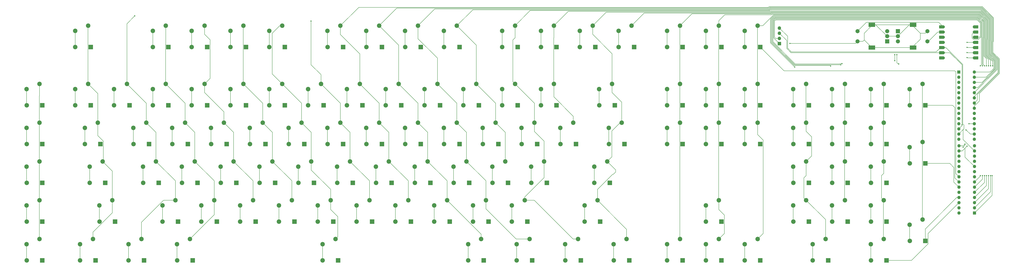
<source format=gbr>
%TF.GenerationSoftware,KiCad,Pcbnew,8.0.8*%
%TF.CreationDate,2025-11-12T22:54:25+00:00*%
%TF.ProjectId,Blueboard-Kicad,426c7565-626f-4617-9264-2d4b69636164,rev?*%
%TF.SameCoordinates,Original*%
%TF.FileFunction,Copper,L1,Top*%
%TF.FilePolarity,Positive*%
%FSLAX46Y46*%
G04 Gerber Fmt 4.6, Leading zero omitted, Abs format (unit mm)*
G04 Created by KiCad (PCBNEW 8.0.8) date 2025-11-12 22:54:25*
%MOMM*%
%LPD*%
G01*
G04 APERTURE LIST*
G04 Aperture macros list*
%AMRoundRect*
0 Rectangle with rounded corners*
0 $1 Rounding radius*
0 $2 $3 $4 $5 $6 $7 $8 $9 X,Y pos of 4 corners*
0 Add a 4 corners polygon primitive as box body*
4,1,4,$2,$3,$4,$5,$6,$7,$8,$9,$2,$3,0*
0 Add four circle primitives for the rounded corners*
1,1,$1+$1,$2,$3*
1,1,$1+$1,$4,$5*
1,1,$1+$1,$6,$7*
1,1,$1+$1,$8,$9*
0 Add four rect primitives between the rounded corners*
20,1,$1+$1,$2,$3,$4,$5,0*
20,1,$1+$1,$4,$5,$6,$7,0*
20,1,$1+$1,$6,$7,$8,$9,0*
20,1,$1+$1,$8,$9,$2,$3,0*%
G04 Aperture macros list end*
%TA.AperFunction,ComponentPad*%
%ADD10C,2.200000*%
%TD*%
%TA.AperFunction,ComponentPad*%
%ADD11R,2.000000X2.000000*%
%TD*%
%TA.AperFunction,ComponentPad*%
%ADD12C,2.000000*%
%TD*%
%TA.AperFunction,ComponentPad*%
%ADD13R,3.200000X2.000000*%
%TD*%
%TA.AperFunction,ComponentPad*%
%ADD14R,1.700000X1.700000*%
%TD*%
%TA.AperFunction,ComponentPad*%
%ADD15O,1.700000X1.700000*%
%TD*%
%TA.AperFunction,ComponentPad*%
%ADD16R,1.600000X1.600000*%
%TD*%
%TA.AperFunction,ComponentPad*%
%ADD17O,1.600000X1.600000*%
%TD*%
%TA.AperFunction,SMDPad,CuDef*%
%ADD18RoundRect,0.152400X-1.063600X-0.609600X1.063600X-0.609600X1.063600X0.609600X-1.063600X0.609600X0*%
%TD*%
%TA.AperFunction,ComponentPad*%
%ADD19C,1.524000*%
%TD*%
%TA.AperFunction,SMDPad,CuDef*%
%ADD20RoundRect,0.152400X1.063600X0.609600X-1.063600X0.609600X-1.063600X-0.609600X1.063600X-0.609600X0*%
%TD*%
%TA.AperFunction,ComponentPad*%
%ADD21R,2.200000X2.200000*%
%TD*%
%TA.AperFunction,ComponentPad*%
%ADD22O,2.200000X2.200000*%
%TD*%
%TA.AperFunction,ViaPad*%
%ADD23C,0.600000*%
%TD*%
%TA.AperFunction,Conductor*%
%ADD24C,0.200000*%
%TD*%
G04 APERTURE END LIST*
D10*
%TO.P,SW53,1,1*%
%TO.N,C15*%
X324012500Y-174960000D03*
%TO.P,SW53,2,2*%
%TO.N,Net-(D75-A)*%
X317662500Y-177500000D03*
%TD*%
%TO.P,SW52,1,1*%
%TO.N,C14*%
X300200000Y-174960000D03*
%TO.P,SW52,2,2*%
%TO.N,Net-(D72-A)*%
X293850000Y-177500000D03*
%TD*%
%TO.P,SW98,1,1*%
%TO.N,C3*%
X88268750Y-232110000D03*
%TO.P,SW98,2,2*%
%TO.N,Net-(D16-A)*%
X81918750Y-234650000D03*
%TD*%
%TO.P,SW71,1,1*%
%TO.N,C11*%
X247812500Y-194010000D03*
%TO.P,SW71,2,2*%
%TO.N,Net-(D57-A)*%
X241462500Y-196550000D03*
%TD*%
%TO.P,SW58,1,1*%
%TO.N,C21*%
X433550000Y-174960000D03*
%TO.P,SW58,2,2*%
%TO.N,Net-(D99-A)*%
X427200000Y-177500000D03*
%TD*%
%TO.P,SW102,1,1*%
%TO.N,C11*%
X278768750Y-232110000D03*
%TO.P,SW102,2,2*%
%TO.N,Net-(D59-A)*%
X272418750Y-234650000D03*
%TD*%
%TO.P,SW100,1,1*%
%TO.N,C7*%
X183518750Y-232110000D03*
%TO.P,SW100,2,2*%
%TO.N,Net-(D38-A)*%
X177168750Y-234650000D03*
%TD*%
%TO.P,SW47,1,1*%
%TO.N,C9*%
X204950000Y-174960000D03*
%TO.P,SW47,2,2*%
%TO.N,Net-(D44-A)*%
X198600000Y-177500000D03*
%TD*%
%TO.P,SW61,1,1*%
%TO.N,C1*%
X38262500Y-194010000D03*
%TO.P,SW61,2,2*%
%TO.N,Net-(D4-A)*%
X31912500Y-196550000D03*
%TD*%
%TO.P,SW93,1,1*%
%TO.N,C21*%
X433550000Y-213060000D03*
%TO.P,SW93,2,2*%
%TO.N,Net-(D101-A)*%
X427200000Y-215600000D03*
%TD*%
%TO.P,SW30,1,1*%
%TO.N,C14*%
X290675000Y-155910000D03*
%TO.P,SW30,2,2*%
%TO.N,Net-(D66-A)*%
X284325000Y-158450000D03*
%TD*%
%TO.P,SW23,1,1*%
%TO.N,C7*%
X157325000Y-155910000D03*
%TO.P,SW23,2,2*%
%TO.N,Net-(D34-A)*%
X150975000Y-158450000D03*
%TD*%
D11*
%TO.P,ROT3,A,A*%
%TO.N,ENC1_B*%
X459500000Y-130000000D03*
D12*
%TO.P,ROT3,B,B*%
%TO.N,ENC1_A*%
X459500000Y-135000000D03*
%TO.P,ROT3,C,C*%
%TO.N,GND*%
X459500000Y-132500000D03*
D13*
%TO.P,ROT3,GND*%
X467000000Y-126900000D03*
X467000000Y-138100000D03*
D12*
%TO.P,ROT3,S1,S1*%
%TO.N,ENC1_SW*%
X474000000Y-135000000D03*
%TO.P,ROT3,S2,S2*%
%TO.N,GND*%
X474000000Y-130000000D03*
%TD*%
D10*
%TO.P,SW69,1,1*%
%TO.N,C9*%
X209712500Y-194010000D03*
%TO.P,SW69,2,2*%
%TO.N,Net-(D45-A)*%
X203362500Y-196550000D03*
%TD*%
%TO.P,SW37,1,1*%
%TO.N,C22*%
X452600000Y-155910000D03*
%TO.P,SW37,2,2*%
%TO.N,Net-(D102-A)*%
X446250000Y-158450000D03*
%TD*%
%TO.P,SW64,1,1*%
%TO.N,C4*%
X114462500Y-194010000D03*
%TO.P,SW64,2,2*%
%TO.N,Net-(D20-A)*%
X108112500Y-196550000D03*
%TD*%
%TO.P,SW65,1,1*%
%TO.N,C5*%
X133512500Y-194010000D03*
%TO.P,SW65,2,2*%
%TO.N,Net-(D26-A)*%
X127162500Y-196550000D03*
%TD*%
%TO.P,SW5,1,1*%
%TO.N,C7*%
X157325000Y-127335000D03*
%TO.P,SW5,2,2*%
%TO.N,Net-(D33-A)*%
X150975000Y-129875000D03*
%TD*%
%TO.P,SW105,1,1*%
%TO.N,C17*%
X352587500Y-232110000D03*
%TO.P,SW105,2,2*%
%TO.N,Net-(D85-A)*%
X346237500Y-234650000D03*
%TD*%
%TO.P,SW75,1,1*%
%TO.N,C20*%
X414500000Y-194010000D03*
%TO.P,SW75,2,2*%
%TO.N,Net-(D92-A)*%
X408150000Y-196550000D03*
%TD*%
%TO.P,SW82,1,1*%
%TO.N,C5*%
X143037500Y-213060000D03*
%TO.P,SW82,2,2*%
%TO.N,Net-(D27-A)*%
X136687500Y-215600000D03*
%TD*%
%TO.P,SW96,1,1*%
%TO.N,C1*%
X38262500Y-232110000D03*
%TO.P,SW96,2,2*%
%TO.N,Net-(D6-A)*%
X31912500Y-234650000D03*
%TD*%
%TO.P,SW85,1,1*%
%TO.N,C8*%
X200187500Y-213060000D03*
%TO.P,SW85,2,2*%
%TO.N,Net-(D42-A)*%
X193837500Y-215600000D03*
%TD*%
%TO.P,SW15,1,1*%
%TO.N,C18*%
X371637500Y-127335000D03*
%TO.P,SW15,2,2*%
%TO.N,Net-(D83-A)*%
X365287500Y-129875000D03*
%TD*%
%TO.P,SW86,1,1*%
%TO.N,C9*%
X219237500Y-213060000D03*
%TO.P,SW86,2,2*%
%TO.N,Net-(D46-A)*%
X212887500Y-215600000D03*
%TD*%
%TO.P,SW68,1,1*%
%TO.N,C8*%
X190662500Y-194010000D03*
%TO.P,SW68,2,2*%
%TO.N,Net-(D41-A)*%
X184312500Y-196550000D03*
%TD*%
%TO.P,SW87,1,1*%
%TO.N,C10*%
X238287500Y-213060000D03*
%TO.P,SW87,2,2*%
%TO.N,Net-(D52-A)*%
X231937500Y-215600000D03*
%TD*%
%TO.P,SW44,1,1*%
%TO.N,C6*%
X147800000Y-174960000D03*
%TO.P,SW44,2,2*%
%TO.N,Net-(D30-A)*%
X141450000Y-177500000D03*
%TD*%
%TO.P,SW88,1,1*%
%TO.N,C11*%
X257337500Y-213060000D03*
%TO.P,SW88,2,2*%
%TO.N,Net-(D58-A)*%
X250987500Y-215600000D03*
%TD*%
%TO.P,SW55,1,1*%
%TO.N,C18*%
X371637500Y-174960000D03*
%TO.P,SW55,2,2*%
%TO.N,Net-(D86-A)*%
X365287500Y-177500000D03*
%TD*%
%TO.P,SW83,1,1*%
%TO.N,C6*%
X162087500Y-213060000D03*
%TO.P,SW83,2,2*%
%TO.N,Net-(D32-A)*%
X155737500Y-215600000D03*
%TD*%
%TO.P,SW38,1,1*%
%TO.N,C23*%
X471650000Y-155910000D03*
%TO.P,SW38,2,2*%
%TO.N,Net-(D107-A)*%
X465300000Y-158450000D03*
%TD*%
%TO.P,SW13,1,1*%
%TO.N,C16*%
X328775000Y-127335000D03*
%TO.P,SW13,2,2*%
%TO.N,Net-(D79-A)*%
X322425000Y-129875000D03*
%TD*%
%TO.P,SW2,1,1*%
%TO.N,C4*%
X100175000Y-127335000D03*
%TO.P,SW2,2,2*%
%TO.N,Net-(D17-A)*%
X93825000Y-129875000D03*
%TD*%
%TO.P,SW107,1,1*%
%TO.N,C19*%
X390687500Y-232110000D03*
%TO.P,SW107,2,2*%
%TO.N,Net-(D93-A)*%
X384337500Y-234650000D03*
%TD*%
%TO.P,SW31,2,2*%
%TO.N,Net-(D74-A)*%
X312900000Y-158450000D03*
%TO.P,SW31,1,1*%
%TO.N,C15*%
X319250000Y-155910000D03*
%TD*%
%TO.P,SW11,1,1*%
%TO.N,C14*%
X290675000Y-127335000D03*
%TO.P,SW11,2,2*%
%TO.N,Net-(D77-A)*%
X284325000Y-129875000D03*
%TD*%
%TO.P,SW78,1,1*%
%TO.N,C1*%
X38262500Y-213060000D03*
%TO.P,SW78,2,2*%
%TO.N,Net-(D5-A)*%
X31912500Y-215600000D03*
%TD*%
%TO.P,SW73,1,1*%
%TO.N,C13*%
X285912500Y-194010000D03*
%TO.P,SW73,2,2*%
%TO.N,Net-(D69-A)*%
X279562500Y-196550000D03*
%TD*%
%TO.P,SW16,1,1*%
%TO.N,C19*%
X390687500Y-127335000D03*
%TO.P,SW16,2,2*%
%TO.N,Net-(D89-A)*%
X384337500Y-129875000D03*
%TD*%
%TO.P,SW29,1,1*%
%TO.N,C13*%
X271625000Y-155910000D03*
%TO.P,SW29,2,2*%
%TO.N,Net-(D67-A)*%
X265275000Y-158450000D03*
%TD*%
%TO.P,SW27,1,1*%
%TO.N,C11*%
X233525000Y-155910000D03*
%TO.P,SW27,2,2*%
%TO.N,Net-(D55-A)*%
X227175000Y-158450000D03*
%TD*%
%TO.P,SW90,1,1*%
%TO.N,C15*%
X312106250Y-213060000D03*
%TO.P,SW90,2,2*%
%TO.N,Net-(D70-A)*%
X305756250Y-215600000D03*
%TD*%
%TO.P,SW76,1,1*%
%TO.N,C21*%
X433550000Y-194010000D03*
%TO.P,SW76,2,2*%
%TO.N,Net-(D100-A)*%
X427200000Y-196550000D03*
%TD*%
%TO.P,SW22,1,1*%
%TO.N,C6*%
X138275000Y-155910000D03*
%TO.P,SW22,2,2*%
%TO.N,Net-(D29-A)*%
X131925000Y-158450000D03*
%TD*%
%TO.P,SW40,1,1*%
%TO.N,C2*%
X66837500Y-174960000D03*
%TO.P,SW40,2,2*%
%TO.N,Net-(D8-A)*%
X60487500Y-177500000D03*
%TD*%
%TO.P,SW34,1,1*%
%TO.N,C19*%
X390687500Y-155910000D03*
%TO.P,SW34,2,2*%
%TO.N,Net-(D90-A)*%
X384337500Y-158450000D03*
%TD*%
%TO.P,SW25,1,1*%
%TO.N,C9*%
X195425000Y-155910000D03*
%TO.P,SW25,2,2*%
%TO.N,Net-(D43-A)*%
X189075000Y-158450000D03*
%TD*%
%TO.P,SW66,1,1*%
%TO.N,C6*%
X152562500Y-194010000D03*
%TO.P,SW66,2,2*%
%TO.N,Net-(D31-A)*%
X146212500Y-196550000D03*
%TD*%
%TO.P,SW48,1,1*%
%TO.N,C10*%
X224000000Y-174960000D03*
%TO.P,SW48,2,2*%
%TO.N,Net-(D50-A)*%
X217650000Y-177500000D03*
%TD*%
%TO.P,SW14,1,1*%
%TO.N,C17*%
X352587500Y-127335000D03*
%TO.P,SW14,2,2*%
%TO.N,Net-(D80-A)*%
X346237500Y-129875000D03*
%TD*%
%TO.P,SW36,1,1*%
%TO.N,C21*%
X433550000Y-155910000D03*
%TO.P,SW36,2,2*%
%TO.N,Net-(D98-A)*%
X427200000Y-158450000D03*
%TD*%
%TO.P,SW79,1,1*%
%TO.N,C2*%
X73981250Y-213060000D03*
%TO.P,SW79,2,2*%
%TO.N,Net-(D10-A)*%
X67631250Y-215600000D03*
%TD*%
%TO.P,SW106,1,1*%
%TO.N,C18*%
X371637500Y-232110000D03*
%TO.P,SW106,2,2*%
%TO.N,Net-(D87-A)*%
X365287500Y-234650000D03*
%TD*%
D14*
%TO.P,J1,1,Pin_1*%
%TO.N,GND*%
X401385000Y-136080000D03*
D15*
%TO.P,J1,2,Pin_2*%
%TO.N,VCC*%
X401385000Y-133540000D03*
%TO.P,J1,3,Pin_3*%
%TO.N,SCL*%
X401385000Y-131000000D03*
%TO.P,J1,4,Pin_4*%
%TO.N,SDA*%
X401385000Y-128460000D03*
%TD*%
D11*
%TO.P,ROT2,A,A*%
%TO.N,ENC2_A*%
X454250000Y-135000000D03*
D12*
%TO.P,ROT2,B,B*%
%TO.N,ENC2_B*%
X454250000Y-130000000D03*
%TO.P,ROT2,C,C*%
%TO.N,GND*%
X454250000Y-132500000D03*
D13*
%TO.P,ROT2,GND*%
X446750000Y-138100000D03*
X446750000Y-126900000D03*
D12*
%TO.P,ROT2,S1,S1*%
%TO.N,ENC2_SW*%
X439750000Y-130000000D03*
%TO.P,ROT2,S2,S2*%
%TO.N,GND*%
X439750000Y-135000000D03*
%TD*%
D10*
%TO.P,SW17,1,1*%
%TO.N,C1*%
X38262500Y-155910000D03*
%TO.P,SW17,2,2*%
%TO.N,Net-(D1-A)*%
X31912500Y-158450000D03*
%TD*%
%TO.P,SW57,1,1*%
%TO.N,C20*%
X414500000Y-174960000D03*
%TO.P,SW57,2,2*%
%TO.N,Net-(D95-A)*%
X408150000Y-177500000D03*
%TD*%
%TO.P,SW97,1,1*%
%TO.N,C2*%
X64456250Y-232110000D03*
%TO.P,SW97,2,2*%
%TO.N,Net-(D11-A)*%
X58106250Y-234650000D03*
%TD*%
%TO.P,SW99,1,1*%
%TO.N,C4*%
X112081250Y-232110000D03*
%TO.P,SW99,2,2*%
%TO.N,Net-(D22-A)*%
X105731250Y-234650000D03*
%TD*%
%TO.P,SW32,1,1*%
%TO.N,C17*%
X352587500Y-155910000D03*
%TO.P,SW32,2,2*%
%TO.N,Net-(D81-A)*%
X346237500Y-158450000D03*
%TD*%
%TO.P,SW28,1,1*%
%TO.N,C12*%
X252575000Y-155910000D03*
%TO.P,SW28,2,2*%
%TO.N,Net-(D61-A)*%
X246225000Y-158450000D03*
%TD*%
%TO.P,SW24,1,1*%
%TO.N,C8*%
X176375000Y-155910000D03*
%TO.P,SW24,2,2*%
%TO.N,Net-(D39-A)*%
X170025000Y-158450000D03*
%TD*%
%TO.P,SW92,1,1*%
%TO.N,C20*%
X414500000Y-213060000D03*
%TO.P,SW92,2,2*%
%TO.N,Net-(D97-A)*%
X408150000Y-215600000D03*
%TD*%
D16*
%TO.P,U4,1,GPB0*%
%TO.N,C1*%
X489380000Y-150100000D03*
D17*
%TO.P,U4,2,GPB1*%
%TO.N,C2*%
X489380000Y-152640000D03*
%TO.P,U4,3,GPB2*%
%TO.N,C3*%
X489380000Y-155180000D03*
%TO.P,U4,4,GPB3*%
%TO.N,C4*%
X489380000Y-157720000D03*
%TO.P,U4,5,GPB4*%
%TO.N,C5*%
X489380000Y-160260000D03*
%TO.P,U4,6,GPB5*%
%TO.N,C6*%
X489380000Y-162800000D03*
%TO.P,U4,7,GPB6*%
%TO.N,C7*%
X489380000Y-165340000D03*
%TO.P,U4,8,GPB7*%
%TO.N,C8*%
X489380000Y-167880000D03*
%TO.P,U4,9,VDD*%
%TO.N,VCC*%
X489380000Y-170420000D03*
%TO.P,U4,10,VSS*%
%TO.N,GND*%
X489380000Y-172960000D03*
%TO.P,U4,11,NC*%
%TO.N,unconnected-(U4-NC-Pad11)*%
X489380000Y-175500000D03*
%TO.P,U4,12,SCK*%
%TO.N,SCL*%
X489380000Y-178040000D03*
%TO.P,U4,13,SDA*%
%TO.N,SDA*%
X489380000Y-180580000D03*
%TO.P,U4,14,NC*%
%TO.N,unconnected-(U4-NC-Pad14)*%
X489380000Y-183120000D03*
%TO.P,U4,15,A0*%
%TO.N,GND*%
X497000000Y-183120000D03*
%TO.P,U4,16,A1*%
X497000000Y-180580000D03*
%TO.P,U4,17,A2*%
X497000000Y-178040000D03*
%TO.P,U4,18,~{RESET}*%
%TO.N,VCC*%
X497000000Y-175500000D03*
%TO.P,U4,19,INTB*%
%TO.N,unconnected-(U4-INTB-Pad19)*%
X497000000Y-172960000D03*
%TO.P,U4,20,INTA*%
%TO.N,unconnected-(U4-INTA-Pad20)*%
X497000000Y-170420000D03*
%TO.P,U4,21,GPA0*%
%TO.N,C9*%
X497000000Y-167880000D03*
%TO.P,U4,22,GPA1*%
%TO.N,C10*%
X497000000Y-165340000D03*
%TO.P,U4,23,GPA2*%
%TO.N,C11*%
X497000000Y-162800000D03*
%TO.P,U4,24,GPA3*%
%TO.N,C12*%
X497000000Y-160260000D03*
%TO.P,U4,25,GPA4*%
%TO.N,C13*%
X497000000Y-157720000D03*
%TO.P,U4,26,GPA5*%
%TO.N,C14*%
X497000000Y-155180000D03*
%TO.P,U4,27,GPA6*%
%TO.N,C15*%
X497000000Y-152640000D03*
%TO.P,U4,28,GPA7*%
%TO.N,C16*%
X497000000Y-150100000D03*
%TD*%
D10*
%TO.P,SW46,1,1*%
%TO.N,C8*%
X185900000Y-174960000D03*
%TO.P,SW46,2,2*%
%TO.N,Net-(D40-A)*%
X179550000Y-177500000D03*
%TD*%
%TO.P,SW7,1,1*%
%TO.N,C10*%
X204950000Y-127335000D03*
%TO.P,SW7,2,2*%
%TO.N,Net-(D48-A)*%
X198600000Y-129875000D03*
%TD*%
%TO.P,SW6,1,1*%
%TO.N,C9*%
X185900000Y-127335000D03*
%TO.P,SW6,2,2*%
%TO.N,Net-(D47-A)*%
X179550000Y-129875000D03*
%TD*%
%TO.P,SW42,1,1*%
%TO.N,C4*%
X109700000Y-174960000D03*
%TO.P,SW42,2,2*%
%TO.N,Net-(D19-A)*%
X103350000Y-177500000D03*
%TD*%
%TO.P,SW62,1,1*%
%TO.N,C2*%
X69218750Y-194010000D03*
%TO.P,SW62,2,2*%
%TO.N,Net-(D9-A)*%
X62868750Y-196550000D03*
%TD*%
%TO.P,SW72,1,1*%
%TO.N,C12*%
X266862500Y-194010000D03*
%TO.P,SW72,2,2*%
%TO.N,Net-(D63-A)*%
X260512500Y-196550000D03*
%TD*%
%TO.P,SW20,1,1*%
%TO.N,C4*%
X100175000Y-155910000D03*
%TO.P,SW20,2,2*%
%TO.N,Net-(D18-A)*%
X93825000Y-158450000D03*
%TD*%
%TO.P,SW91,1,1*%
%TO.N,C18*%
X371637500Y-213060000D03*
%TO.P,SW91,2,2*%
%TO.N,Net-(D88-A)*%
X365287500Y-215600000D03*
%TD*%
%TO.P,SW41,1,1*%
%TO.N,C3*%
X90650000Y-174960000D03*
%TO.P,SW41,2,2*%
%TO.N,Net-(D13-A)*%
X84300000Y-177500000D03*
%TD*%
%TO.P,SW35,1,1*%
%TO.N,C20*%
X414500000Y-155910000D03*
%TO.P,SW35,2,2*%
%TO.N,Net-(D94-A)*%
X408150000Y-158450000D03*
%TD*%
%TO.P,SW67,1,1*%
%TO.N,C7*%
X171612500Y-194010000D03*
%TO.P,SW67,2,2*%
%TO.N,Net-(D36-A)*%
X165262500Y-196550000D03*
%TD*%
%TO.P,SW95,2,2*%
%TO.N,Net-(D110-A)*%
X465300000Y-225125000D03*
%TO.P,SW95,1,1*%
%TO.N,C23*%
X471650000Y-222585000D03*
%TD*%
%TO.P,SW9,1,1*%
%TO.N,C12*%
X243050000Y-127335000D03*
%TO.P,SW9,2,2*%
%TO.N,Net-(D60-A)*%
X236700000Y-129875000D03*
%TD*%
%TO.P,SW33,1,1*%
%TO.N,C18*%
X371637500Y-155910000D03*
%TO.P,SW33,2,2*%
%TO.N,Net-(D84-A)*%
X365287500Y-158450000D03*
%TD*%
%TO.P,SW70,1,1*%
%TO.N,C10*%
X228762500Y-194010000D03*
%TO.P,SW70,2,2*%
%TO.N,Net-(D51-A)*%
X222412500Y-196550000D03*
%TD*%
%TO.P,SW63,1,1*%
%TO.N,C3*%
X95412500Y-194010000D03*
%TO.P,SW63,2,2*%
%TO.N,Net-(D14-A)*%
X89062500Y-196550000D03*
%TD*%
D16*
%TO.P,U3,1,GPB0*%
%TO.N,C17*%
X497120000Y-219360000D03*
D17*
%TO.P,U3,2,GPB1*%
%TO.N,C18*%
X497120000Y-216820000D03*
%TO.P,U3,3,GPB2*%
%TO.N,C19*%
X497120000Y-214280000D03*
%TO.P,U3,4,GPB3*%
%TO.N,C20*%
X497120000Y-211740000D03*
%TO.P,U3,5,GPB4*%
%TO.N,C21*%
X497120000Y-209200000D03*
%TO.P,U3,6,GPB5*%
%TO.N,C22*%
X497120000Y-206660000D03*
%TO.P,U3,7,GPB6*%
%TO.N,C23*%
X497120000Y-204120000D03*
%TO.P,U3,8,GPB7*%
%TO.N,unconnected-(U3-GPB7-Pad8)*%
X497120000Y-201580000D03*
%TO.P,U3,9,VDD*%
%TO.N,VCC*%
X497120000Y-199040000D03*
%TO.P,U3,10,VSS*%
%TO.N,GND*%
X497120000Y-196500000D03*
%TO.P,U3,11,NC*%
%TO.N,unconnected-(U3-NC-Pad11)*%
X497120000Y-193960000D03*
%TO.P,U3,12,SCK*%
%TO.N,SCL*%
X497120000Y-191420000D03*
%TO.P,U3,13,SDA*%
%TO.N,SDA*%
X497120000Y-188880000D03*
%TO.P,U3,14,NC*%
%TO.N,unconnected-(U3-NC-Pad14)*%
X497120000Y-186340000D03*
%TO.P,U3,15,A0*%
%TO.N,VCC*%
X489500000Y-186340000D03*
%TO.P,U3,16,A1*%
%TO.N,GND*%
X489500000Y-188880000D03*
%TO.P,U3,17,A2*%
X489500000Y-191420000D03*
%TO.P,U3,18,~{RESET}*%
%TO.N,VCC*%
X489500000Y-193960000D03*
%TO.P,U3,19,INTB*%
%TO.N,unconnected-(U3-INTB-Pad19)*%
X489500000Y-196500000D03*
%TO.P,U3,20,INTA*%
%TO.N,unconnected-(U3-INTA-Pad20)*%
X489500000Y-199040000D03*
%TO.P,U3,21,GPA0*%
%TO.N,R1*%
X489500000Y-201580000D03*
%TO.P,U3,22,GPA1*%
%TO.N,R2*%
X489500000Y-204120000D03*
%TO.P,U3,23,GPA2*%
%TO.N,R3*%
X489500000Y-206660000D03*
%TO.P,U3,24,GPA3*%
%TO.N,R4*%
X489500000Y-209200000D03*
%TO.P,U3,25,GPA4*%
%TO.N,R5*%
X489500000Y-211740000D03*
%TO.P,U3,26,GPA5*%
%TO.N,R6*%
X489500000Y-214280000D03*
%TO.P,U3,27,GPA6*%
%TO.N,unconnected-(U3-GPA6-Pad27)*%
X489500000Y-216820000D03*
%TO.P,U3,28,GPA7*%
%TO.N,unconnected-(U3-GPA7-Pad28)*%
X489500000Y-219360000D03*
%TD*%
D10*
%TO.P,SW60,1,1*%
%TO.N,C23*%
X471650000Y-184485000D03*
%TO.P,SW60,2,2*%
%TO.N,Net-(D108-A)*%
X465300000Y-187025000D03*
%TD*%
%TO.P,SW51,1,1*%
%TO.N,C13*%
X281150000Y-174960000D03*
%TO.P,SW51,2,2*%
%TO.N,Net-(D68-A)*%
X274800000Y-177500000D03*
%TD*%
%TO.P,SW56,1,1*%
%TO.N,C19*%
X390687500Y-174960000D03*
%TO.P,SW56,2,2*%
%TO.N,Net-(D91-A)*%
X384337500Y-177500000D03*
%TD*%
%TO.P,SW80,1,1*%
%TO.N,C3*%
X104937500Y-213060000D03*
%TO.P,SW80,2,2*%
%TO.N,Net-(D15-A)*%
X98587500Y-215600000D03*
%TD*%
%TO.P,SW104,1,1*%
%TO.N,C15*%
X326393750Y-232110000D03*
%TO.P,SW104,2,2*%
%TO.N,Net-(D71-A)*%
X320043750Y-234650000D03*
%TD*%
%TO.P,SW89,1,1*%
%TO.N,C13*%
X276387500Y-213060000D03*
%TO.P,SW89,2,2*%
%TO.N,Net-(D64-A)*%
X270037500Y-215600000D03*
%TD*%
%TO.P,SW74,1,1*%
%TO.N,C15*%
X316868750Y-194010000D03*
%TO.P,SW74,2,2*%
%TO.N,Net-(D78-A)*%
X310518750Y-196550000D03*
%TD*%
%TO.P,SW94,1,1*%
%TO.N,C22*%
X452600000Y-213060000D03*
%TO.P,SW94,2,2*%
%TO.N,Net-(D105-A)*%
X446250000Y-215600000D03*
%TD*%
%TO.P,SW77,1,1*%
%TO.N,C22*%
X452600000Y-194010000D03*
%TO.P,SW77,2,2*%
%TO.N,Net-(D104-A)*%
X446250000Y-196550000D03*
%TD*%
%TO.P,SW39,1,1*%
%TO.N,C1*%
X38262500Y-174960000D03*
%TO.P,SW39,2,2*%
%TO.N,Net-(D3-A)*%
X31912500Y-177500000D03*
%TD*%
%TO.P,SW108,1,1*%
%TO.N,C20*%
X424025000Y-232110000D03*
%TO.P,SW108,2,2*%
%TO.N,Net-(D96-A)*%
X417675000Y-234650000D03*
%TD*%
%TO.P,SW84,1,1*%
%TO.N,C7*%
X181137500Y-213060000D03*
%TO.P,SW84,2,2*%
%TO.N,Net-(D37-A)*%
X174787500Y-215600000D03*
%TD*%
%TO.P,SW59,1,1*%
%TO.N,C22*%
X452600000Y-174960000D03*
%TO.P,SW59,2,2*%
%TO.N,Net-(D103-A)*%
X446250000Y-177500000D03*
%TD*%
%TO.P,SW21,1,1*%
%TO.N,C5*%
X119225000Y-155910000D03*
%TO.P,SW21,2,2*%
%TO.N,Net-(D24-A)*%
X112875000Y-158450000D03*
%TD*%
%TO.P,SW49,1,1*%
%TO.N,C11*%
X243050000Y-174960000D03*
%TO.P,SW49,2,2*%
%TO.N,Net-(D56-A)*%
X236700000Y-177500000D03*
%TD*%
%TO.P,SW103,1,1*%
%TO.N,C13*%
X302581250Y-232110000D03*
%TO.P,SW103,2,2*%
%TO.N,Net-(D65-A)*%
X296231250Y-234650000D03*
%TD*%
%TO.P,SW81,1,1*%
%TO.N,C4*%
X123987500Y-213060000D03*
%TO.P,SW81,2,2*%
%TO.N,Net-(D21-A)*%
X117637500Y-215600000D03*
%TD*%
%TO.P,SW109,1,1*%
%TO.N,C22*%
X452600000Y-232110000D03*
%TO.P,SW109,2,2*%
%TO.N,Net-(D106-A)*%
X446250000Y-234650000D03*
%TD*%
%TO.P,SW4,1,1*%
%TO.N,C6*%
X138275000Y-127335000D03*
%TO.P,SW4,2,2*%
%TO.N,Net-(D28-A)*%
X131925000Y-129875000D03*
%TD*%
%TO.P,SW26,1,1*%
%TO.N,C10*%
X214475000Y-155910000D03*
%TO.P,SW26,2,2*%
%TO.N,Net-(D49-A)*%
X208125000Y-158450000D03*
%TD*%
%TO.P,SW45,1,1*%
%TO.N,C7*%
X166850000Y-174960000D03*
%TO.P,SW45,2,2*%
%TO.N,Net-(D35-A)*%
X160500000Y-177500000D03*
%TD*%
%TO.P,SW19,1,1*%
%TO.N,C3*%
X81125000Y-155910000D03*
%TO.P,SW19,2,2*%
%TO.N,Net-(D12-A)*%
X74775000Y-158450000D03*
%TD*%
%TO.P,SW101,1,1*%
%TO.N,C10*%
X254956250Y-232110000D03*
%TO.P,SW101,2,2*%
%TO.N,Net-(D53-A)*%
X248606250Y-234650000D03*
%TD*%
%TO.P,SW54,1,1*%
%TO.N,C17*%
X352587500Y-174960000D03*
%TO.P,SW54,2,2*%
%TO.N,Net-(D82-A)*%
X346237500Y-177500000D03*
%TD*%
%TO.P,SW12,1,1*%
%TO.N,C15*%
X309725000Y-127335000D03*
%TO.P,SW12,2,2*%
%TO.N,Net-(D73-A)*%
X303375000Y-129875000D03*
%TD*%
D18*
%TO.P,U1,14,VBUS*%
%TO.N,unconnected-(U1-VBUS-Pad14)*%
X497835000Y-127880000D03*
D19*
%TO.N,unconnected-(U1-VBUS-Pad14)_1*%
X497000000Y-127880000D03*
D18*
%TO.P,U1,13,GND*%
%TO.N,GND*%
X497835000Y-130420000D03*
D19*
X497000000Y-130420000D03*
D18*
%TO.P,U1,12,VCC_3V3*%
%TO.N,VCC*%
X497835000Y-132960000D03*
D19*
X497000000Y-132960000D03*
D18*
%TO.P,U1,11,GPIO10/D10/MOSI*%
%TO.N,ENC2_B*%
X497835000Y-135500000D03*
D19*
X497000000Y-135500000D03*
D18*
%TO.P,U1,10,GPIO9/D9/MISO*%
%TO.N,ENC2_A*%
X497835000Y-138040000D03*
D19*
X497000000Y-138040000D03*
D18*
%TO.P,U1,9,GPIO8/D8/SCK*%
%TO.N,ENC1_B*%
X497835000Y-140580000D03*
D19*
X497000000Y-140580000D03*
D18*
%TO.P,U1,8,GPIO20/D7/RX*%
%TO.N,ENC1_A*%
X497835000Y-143120000D03*
D19*
X497000000Y-143120000D03*
%TO.P,U1,7,GPIO21/D6/TX*%
%TO.N,unconnected-(U1-GPIO21{slash}D6{slash}TX-Pad7)_1*%
X481760000Y-143120000D03*
D20*
%TO.N,unconnected-(U1-GPIO21{slash}D6{slash}TX-Pad7)*%
X480925000Y-143120000D03*
D19*
%TO.P,U1,6,GPIO7/D5/SCL*%
%TO.N,SCL*%
X481760000Y-140580000D03*
D20*
X480925000Y-140580000D03*
D19*
%TO.P,U1,5,GPIO6/D4/SDA*%
%TO.N,SDA*%
X481760000Y-138040000D03*
D20*
X480925000Y-138040000D03*
D19*
%TO.P,U1,4,GPIO5/A3/D3*%
%TO.N,unconnected-(U1-GPIO5{slash}A3{slash}D3-Pad4)_1*%
X481760000Y-135500000D03*
D20*
%TO.N,unconnected-(U1-GPIO5{slash}A3{slash}D3-Pad4)*%
X480925000Y-135500000D03*
D19*
%TO.P,U1,3,GPIO4/A2/D2*%
%TO.N,unconnected-(U1-GPIO4{slash}A2{slash}D2-Pad3)*%
X481760000Y-132960000D03*
D20*
%TO.N,unconnected-(U1-GPIO4{slash}A2{slash}D2-Pad3)_1*%
X480925000Y-132960000D03*
D19*
%TO.P,U1,2,GPIO3/A1/D1*%
%TO.N,ENC1_SW*%
X481760000Y-130420000D03*
D20*
X480925000Y-130420000D03*
D19*
%TO.P,U1,1,GPIO2/A0/D0*%
%TO.N,ENC2_SW*%
X481760000Y-127880000D03*
D20*
X480925000Y-127880000D03*
%TD*%
D10*
%TO.P,SW1,1,1*%
%TO.N,C2*%
X62075000Y-127335000D03*
%TO.P,SW1,2,2*%
%TO.N,Net-(D2-A)*%
X55725000Y-129875000D03*
%TD*%
%TO.P,SW43,1,1*%
%TO.N,C5*%
X128750000Y-174960000D03*
%TO.P,SW43,2,2*%
%TO.N,Net-(D25-A)*%
X122400000Y-177500000D03*
%TD*%
%TO.P,SW8,1,1*%
%TO.N,C11*%
X224000000Y-127335000D03*
%TO.P,SW8,2,2*%
%TO.N,Net-(D54-A)*%
X217650000Y-129875000D03*
%TD*%
%TO.P,SW10,1,1*%
%TO.N,C13*%
X271625000Y-127335000D03*
%TO.P,SW10,2,2*%
%TO.N,Net-(D76-A)*%
X265275000Y-129875000D03*
%TD*%
%TO.P,SW50,1,1*%
%TO.N,C12*%
X262100000Y-174960000D03*
%TO.P,SW50,2,2*%
%TO.N,Net-(D62-A)*%
X255750000Y-177500000D03*
%TD*%
D21*
%TO.P,D37,1,K*%
%TO.N,R5*%
X182447500Y-223560000D03*
D22*
%TO.P,D37,2,A*%
%TO.N,Net-(D37-A)*%
X174827500Y-223560000D03*
%TD*%
D21*
%TO.P,D41,1,K*%
%TO.N,R4*%
X191972500Y-204510000D03*
D22*
%TO.P,D41,2,A*%
%TO.N,Net-(D41-A)*%
X184352500Y-204510000D03*
%TD*%
D21*
%TO.P,D28,1,K*%
%TO.N,R1*%
X139585000Y-137835000D03*
D22*
%TO.P,D28,2,A*%
%TO.N,Net-(D28-A)*%
X131965000Y-137835000D03*
%TD*%
D21*
%TO.P,D68,1,K*%
%TO.N,R3*%
X282460000Y-185460000D03*
D22*
%TO.P,D68,2,A*%
%TO.N,Net-(D68-A)*%
X274840000Y-185460000D03*
%TD*%
D21*
%TO.P,D53,1,K*%
%TO.N,R6*%
X256266250Y-242610000D03*
D22*
%TO.P,D53,2,A*%
%TO.N,Net-(D53-A)*%
X248646250Y-242610000D03*
%TD*%
D21*
%TO.P,D100,1,K*%
%TO.N,R4*%
X434860000Y-204510000D03*
D22*
%TO.P,D100,2,A*%
%TO.N,Net-(D100-A)*%
X427240000Y-204510000D03*
%TD*%
D21*
%TO.P,D98,1,K*%
%TO.N,R2*%
X434860000Y-166410000D03*
D22*
%TO.P,D98,2,A*%
%TO.N,Net-(D98-A)*%
X427240000Y-166410000D03*
%TD*%
D21*
%TO.P,D76,1,K*%
%TO.N,R1*%
X272935000Y-137835000D03*
D22*
%TO.P,D76,2,A*%
%TO.N,Net-(D76-A)*%
X265315000Y-137835000D03*
%TD*%
D21*
%TO.P,D99,1,K*%
%TO.N,R3*%
X434860000Y-185460000D03*
D22*
%TO.P,D99,2,A*%
%TO.N,Net-(D99-A)*%
X427240000Y-185460000D03*
%TD*%
D21*
%TO.P,D39,1,K*%
%TO.N,R2*%
X177685000Y-166410000D03*
D22*
%TO.P,D39,2,A*%
%TO.N,Net-(D39-A)*%
X170065000Y-166410000D03*
%TD*%
D21*
%TO.P,D86,1,K*%
%TO.N,R3*%
X372947500Y-185460000D03*
D22*
%TO.P,D86,2,A*%
%TO.N,Net-(D86-A)*%
X365327500Y-185460000D03*
%TD*%
D21*
%TO.P,D31,1,K*%
%TO.N,R4*%
X153872500Y-204510000D03*
D22*
%TO.P,D31,2,A*%
%TO.N,Net-(D31-A)*%
X146252500Y-204510000D03*
%TD*%
D21*
%TO.P,D49,1,K*%
%TO.N,R2*%
X215785000Y-166410000D03*
D22*
%TO.P,D49,2,A*%
%TO.N,Net-(D49-A)*%
X208165000Y-166410000D03*
%TD*%
D21*
%TO.P,D44,1,K*%
%TO.N,R3*%
X206260000Y-185460000D03*
D22*
%TO.P,D44,2,A*%
%TO.N,Net-(D44-A)*%
X198640000Y-185460000D03*
%TD*%
D21*
%TO.P,D47,1,K*%
%TO.N,R1*%
X187210000Y-137835000D03*
D22*
%TO.P,D47,2,A*%
%TO.N,Net-(D47-A)*%
X179590000Y-137835000D03*
%TD*%
D21*
%TO.P,D35,1,K*%
%TO.N,R3*%
X168160000Y-185460000D03*
D22*
%TO.P,D35,2,A*%
%TO.N,Net-(D35-A)*%
X160540000Y-185460000D03*
%TD*%
D21*
%TO.P,D40,1,K*%
%TO.N,R3*%
X187210000Y-185460000D03*
D22*
%TO.P,D40,2,A*%
%TO.N,Net-(D40-A)*%
X179590000Y-185460000D03*
%TD*%
D21*
%TO.P,D60,1,K*%
%TO.N,R1*%
X244360000Y-137835000D03*
D22*
%TO.P,D60,2,A*%
%TO.N,Net-(D60-A)*%
X236740000Y-137835000D03*
%TD*%
D21*
%TO.P,D23,1,K*%
%TO.N,R1*%
X120535000Y-137835000D03*
D22*
%TO.P,D23,2,A*%
%TO.N,Net-(D23-A)*%
X112915000Y-137835000D03*
%TD*%
D21*
%TO.P,D104,1,K*%
%TO.N,R4*%
X453910000Y-204510000D03*
D22*
%TO.P,D104,2,A*%
%TO.N,Net-(D104-A)*%
X446290000Y-204510000D03*
%TD*%
D21*
%TO.P,D43,1,K*%
%TO.N,R2*%
X196735000Y-166410000D03*
D22*
%TO.P,D43,2,A*%
%TO.N,Net-(D43-A)*%
X189115000Y-166410000D03*
%TD*%
D21*
%TO.P,D63,1,K*%
%TO.N,R4*%
X268172500Y-204510000D03*
D22*
%TO.P,D63,2,A*%
%TO.N,Net-(D63-A)*%
X260552500Y-204510000D03*
%TD*%
D21*
%TO.P,D8,1,K*%
%TO.N,R3*%
X68147500Y-185460000D03*
D22*
%TO.P,D8,2,A*%
%TO.N,Net-(D8-A)*%
X60527500Y-185460000D03*
%TD*%
D21*
%TO.P,D78,1,K*%
%TO.N,R4*%
X318178750Y-204510000D03*
D22*
%TO.P,D78,2,A*%
%TO.N,Net-(D78-A)*%
X310558750Y-204510000D03*
%TD*%
D21*
%TO.P,D16,1,K*%
%TO.N,R6*%
X89578750Y-242610000D03*
D22*
%TO.P,D16,2,A*%
%TO.N,Net-(D16-A)*%
X81958750Y-242610000D03*
%TD*%
D21*
%TO.P,D88,1,K*%
%TO.N,R5*%
X372947500Y-223560000D03*
D22*
%TO.P,D88,2,A*%
%TO.N,Net-(D88-A)*%
X365327500Y-223560000D03*
%TD*%
D21*
%TO.P,D33,1,K*%
%TO.N,R1*%
X158635000Y-137835000D03*
D22*
%TO.P,D33,2,A*%
%TO.N,Net-(D33-A)*%
X151015000Y-137835000D03*
%TD*%
D21*
%TO.P,D102,1,K*%
%TO.N,R2*%
X453910000Y-166410000D03*
D22*
%TO.P,D102,2,A*%
%TO.N,Net-(D102-A)*%
X446290000Y-166410000D03*
%TD*%
D21*
%TO.P,D21,1,K*%
%TO.N,R5*%
X125297500Y-223560000D03*
D22*
%TO.P,D21,2,A*%
%TO.N,Net-(D21-A)*%
X117677500Y-223560000D03*
%TD*%
D21*
%TO.P,D82,1,K*%
%TO.N,R3*%
X353897500Y-185460000D03*
D22*
%TO.P,D82,2,A*%
%TO.N,Net-(D82-A)*%
X346277500Y-185460000D03*
%TD*%
D21*
%TO.P,D72,1,K*%
%TO.N,R3*%
X301510000Y-185460000D03*
D22*
%TO.P,D72,2,A*%
%TO.N,Net-(D72-A)*%
X293890000Y-185460000D03*
%TD*%
D21*
%TO.P,D24,1,K*%
%TO.N,R2*%
X120535000Y-166410000D03*
D22*
%TO.P,D24,2,A*%
%TO.N,Net-(D24-A)*%
X112915000Y-166410000D03*
%TD*%
D21*
%TO.P,D55,1,K*%
%TO.N,R2*%
X234835000Y-166410000D03*
D22*
%TO.P,D55,2,A*%
%TO.N,Net-(D55-A)*%
X227215000Y-166410000D03*
%TD*%
D21*
%TO.P,D42,1,K*%
%TO.N,R5*%
X201497500Y-223560000D03*
D22*
%TO.P,D42,2,A*%
%TO.N,Net-(D42-A)*%
X193877500Y-223560000D03*
%TD*%
D21*
%TO.P,D87,1,K*%
%TO.N,R6*%
X372947500Y-242610000D03*
D22*
%TO.P,D87,2,A*%
%TO.N,Net-(D87-A)*%
X365327500Y-242610000D03*
%TD*%
D21*
%TO.P,D101,1,K*%
%TO.N,R5*%
X434860000Y-223560000D03*
D22*
%TO.P,D101,2,A*%
%TO.N,Net-(D101-A)*%
X427240000Y-223560000D03*
%TD*%
D21*
%TO.P,D48,1,K*%
%TO.N,R1*%
X206260000Y-137835000D03*
D22*
%TO.P,D48,2,A*%
%TO.N,Net-(D48-A)*%
X198640000Y-137835000D03*
%TD*%
D21*
%TO.P,D108,1,K*%
%TO.N,R3*%
X472960000Y-194985000D03*
D22*
%TO.P,D108,2,A*%
%TO.N,Net-(D108-A)*%
X465340000Y-194985000D03*
%TD*%
D21*
%TO.P,D58,1,K*%
%TO.N,R5*%
X258647500Y-223560000D03*
D22*
%TO.P,D58,2,A*%
%TO.N,Net-(D58-A)*%
X251027500Y-223560000D03*
%TD*%
D21*
%TO.P,D12,1,K*%
%TO.N,R2*%
X82435000Y-166410000D03*
D22*
%TO.P,D12,2,A*%
%TO.N,Net-(D12-A)*%
X74815000Y-166410000D03*
%TD*%
D21*
%TO.P,D38,1,K*%
%TO.N,R6*%
X184828750Y-242610000D03*
D22*
%TO.P,D38,2,A*%
%TO.N,Net-(D38-A)*%
X177208750Y-242610000D03*
%TD*%
D21*
%TO.P,D7,1,K*%
%TO.N,R2*%
X63385000Y-166410000D03*
D22*
%TO.P,D7,2,A*%
%TO.N,Net-(D7-A)*%
X55765000Y-166410000D03*
%TD*%
D21*
%TO.P,D105,1,K*%
%TO.N,R5*%
X453910000Y-223560000D03*
D22*
%TO.P,D105,2,A*%
%TO.N,Net-(D105-A)*%
X446290000Y-223560000D03*
%TD*%
D21*
%TO.P,D73,1,K*%
%TO.N,R1*%
X311035000Y-137835000D03*
D22*
%TO.P,D73,2,A*%
%TO.N,Net-(D73-A)*%
X303415000Y-137835000D03*
%TD*%
D21*
%TO.P,D6,1,K*%
%TO.N,R6*%
X39572500Y-242610000D03*
D22*
%TO.P,D6,2,A*%
%TO.N,Net-(D6-A)*%
X31952500Y-242610000D03*
%TD*%
D21*
%TO.P,D91,1,K*%
%TO.N,R3*%
X391997500Y-185460000D03*
D22*
%TO.P,D91,2,A*%
%TO.N,Net-(D91-A)*%
X384377500Y-185460000D03*
%TD*%
D21*
%TO.P,D103,1,K*%
%TO.N,R3*%
X453910000Y-185460000D03*
D22*
%TO.P,D103,2,A*%
%TO.N,Net-(D103-A)*%
X446290000Y-185460000D03*
%TD*%
D21*
%TO.P,D75,1,K*%
%TO.N,R3*%
X325322500Y-185460000D03*
D22*
%TO.P,D75,2,A*%
%TO.N,Net-(D75-A)*%
X317702500Y-185460000D03*
%TD*%
D21*
%TO.P,D22,1,K*%
%TO.N,R6*%
X113391250Y-242610000D03*
D22*
%TO.P,D22,2,A*%
%TO.N,Net-(D22-A)*%
X105771250Y-242610000D03*
%TD*%
D21*
%TO.P,D83,1,K*%
%TO.N,R1*%
X372947500Y-137835000D03*
D22*
%TO.P,D83,2,A*%
%TO.N,Net-(D83-A)*%
X365327500Y-137835000D03*
%TD*%
D21*
%TO.P,D27,1,K*%
%TO.N,R5*%
X144347500Y-223560000D03*
D22*
%TO.P,D27,2,A*%
%TO.N,Net-(D27-A)*%
X136727500Y-223560000D03*
%TD*%
D21*
%TO.P,D17,1,K*%
%TO.N,R1*%
X101485000Y-137835000D03*
D22*
%TO.P,D17,2,A*%
%TO.N,Net-(D17-A)*%
X93865000Y-137835000D03*
%TD*%
D21*
%TO.P,D19,1,K*%
%TO.N,R3*%
X111010000Y-185460000D03*
D22*
%TO.P,D19,2,A*%
%TO.N,Net-(D19-A)*%
X103390000Y-185460000D03*
%TD*%
D21*
%TO.P,D25,1,K*%
%TO.N,R3*%
X130060000Y-185460000D03*
D22*
%TO.P,D25,2,A*%
%TO.N,Net-(D25-A)*%
X122440000Y-185460000D03*
%TD*%
D21*
%TO.P,D96,1,K*%
%TO.N,R6*%
X425335000Y-242610000D03*
D22*
%TO.P,D96,2,A*%
%TO.N,Net-(D96-A)*%
X417715000Y-242610000D03*
%TD*%
D21*
%TO.P,D97,1,K*%
%TO.N,R5*%
X415810000Y-223560000D03*
D22*
%TO.P,D97,2,A*%
%TO.N,Net-(D97-A)*%
X408190000Y-223560000D03*
%TD*%
D21*
%TO.P,D71,1,K*%
%TO.N,R6*%
X327703750Y-242610000D03*
D22*
%TO.P,D71,2,A*%
%TO.N,Net-(D71-A)*%
X320083750Y-242610000D03*
%TD*%
D21*
%TO.P,D95,1,K*%
%TO.N,R3*%
X415810000Y-185460000D03*
D22*
%TO.P,D95,2,A*%
%TO.N,Net-(D95-A)*%
X408190000Y-185460000D03*
%TD*%
D21*
%TO.P,D13,1,K*%
%TO.N,R3*%
X91960000Y-185460000D03*
D22*
%TO.P,D13,2,A*%
%TO.N,Net-(D13-A)*%
X84340000Y-185460000D03*
%TD*%
D21*
%TO.P,D80,1,K*%
%TO.N,R1*%
X353897500Y-137835000D03*
D22*
%TO.P,D80,2,A*%
%TO.N,Net-(D80-A)*%
X346277500Y-137835000D03*
%TD*%
D21*
%TO.P,D110,1,K*%
%TO.N,R5*%
X472960000Y-233085000D03*
D22*
%TO.P,D110,2,A*%
%TO.N,Net-(D110-A)*%
X465340000Y-233085000D03*
%TD*%
D21*
%TO.P,D56,1,K*%
%TO.N,R3*%
X244360000Y-185460000D03*
D22*
%TO.P,D56,2,A*%
%TO.N,Net-(D56-A)*%
X236740000Y-185460000D03*
%TD*%
D21*
%TO.P,D85,1,K*%
%TO.N,R6*%
X353897500Y-242610000D03*
D22*
%TO.P,D85,2,A*%
%TO.N,Net-(D85-A)*%
X346277500Y-242610000D03*
%TD*%
D21*
%TO.P,D107,1,K*%
%TO.N,R2*%
X472960000Y-166410000D03*
D22*
%TO.P,D107,2,A*%
%TO.N,Net-(D107-A)*%
X465340000Y-166410000D03*
%TD*%
D21*
%TO.P,D90,1,K*%
%TO.N,R2*%
X391997500Y-166410000D03*
D22*
%TO.P,D90,2,A*%
%TO.N,Net-(D90-A)*%
X384377500Y-166410000D03*
%TD*%
D21*
%TO.P,D2,1,K*%
%TO.N,R1*%
X63385000Y-137835000D03*
D22*
%TO.P,D2,2,A*%
%TO.N,Net-(D2-A)*%
X55765000Y-137835000D03*
%TD*%
D21*
%TO.P,D15,1,K*%
%TO.N,R5*%
X106247500Y-223560000D03*
D22*
%TO.P,D15,2,A*%
%TO.N,Net-(D15-A)*%
X98627500Y-223560000D03*
%TD*%
D21*
%TO.P,D70,1,K*%
%TO.N,R5*%
X313416250Y-223560000D03*
D22*
%TO.P,D70,2,A*%
%TO.N,Net-(D70-A)*%
X305796250Y-223560000D03*
%TD*%
D21*
%TO.P,D57,1,K*%
%TO.N,R4*%
X249122500Y-204510000D03*
D22*
%TO.P,D57,2,A*%
%TO.N,Net-(D57-A)*%
X241502500Y-204510000D03*
%TD*%
D21*
%TO.P,D20,1,K*%
%TO.N,R4*%
X115772500Y-204510000D03*
D22*
%TO.P,D20,2,A*%
%TO.N,Net-(D20-A)*%
X108152500Y-204510000D03*
%TD*%
D21*
%TO.P,D30,1,K*%
%TO.N,R3*%
X149110000Y-185460000D03*
D22*
%TO.P,D30,2,A*%
%TO.N,Net-(D30-A)*%
X141490000Y-185460000D03*
%TD*%
D21*
%TO.P,D11,1,K*%
%TO.N,R6*%
X65766250Y-242610000D03*
D22*
%TO.P,D11,2,A*%
%TO.N,Net-(D11-A)*%
X58146250Y-242610000D03*
%TD*%
D21*
%TO.P,D84,1,K*%
%TO.N,R2*%
X372947500Y-166410000D03*
D22*
%TO.P,D84,2,A*%
%TO.N,Net-(D84-A)*%
X365327500Y-166410000D03*
%TD*%
D21*
%TO.P,D51,1,K*%
%TO.N,R4*%
X230072500Y-204510000D03*
D22*
%TO.P,D51,2,A*%
%TO.N,Net-(D51-A)*%
X222452500Y-204510000D03*
%TD*%
D21*
%TO.P,D29,1,K*%
%TO.N,R2*%
X139585000Y-166410000D03*
D22*
%TO.P,D29,2,A*%
%TO.N,Net-(D29-A)*%
X131965000Y-166410000D03*
%TD*%
D21*
%TO.P,D106,1,K*%
%TO.N,R6*%
X453910000Y-242610000D03*
D22*
%TO.P,D106,2,A*%
%TO.N,Net-(D106-A)*%
X446290000Y-242610000D03*
%TD*%
D21*
%TO.P,D32,1,K*%
%TO.N,R5*%
X163397500Y-223560000D03*
D22*
%TO.P,D32,2,A*%
%TO.N,Net-(D32-A)*%
X155777500Y-223560000D03*
%TD*%
D21*
%TO.P,D79,1,K*%
%TO.N,R1*%
X330085000Y-137835000D03*
D22*
%TO.P,D79,2,A*%
%TO.N,Net-(D79-A)*%
X322465000Y-137835000D03*
%TD*%
D21*
%TO.P,D46,1,K*%
%TO.N,R5*%
X220547500Y-223560000D03*
D22*
%TO.P,D46,2,A*%
%TO.N,Net-(D46-A)*%
X212927500Y-223560000D03*
%TD*%
%TO.P,D3,2,A*%
%TO.N,Net-(D3-A)*%
X31952500Y-185460000D03*
D21*
%TO.P,D3,1,K*%
%TO.N,R3*%
X39572500Y-185460000D03*
%TD*%
%TO.P,D14,1,K*%
%TO.N,R4*%
X96722500Y-204510000D03*
D22*
%TO.P,D14,2,A*%
%TO.N,Net-(D14-A)*%
X89102500Y-204510000D03*
%TD*%
D21*
%TO.P,D92,1,K*%
%TO.N,R4*%
X415810000Y-204510000D03*
D22*
%TO.P,D92,2,A*%
%TO.N,Net-(D92-A)*%
X408190000Y-204510000D03*
%TD*%
D21*
%TO.P,D18,1,K*%
%TO.N,R2*%
X101485000Y-166410000D03*
D22*
%TO.P,D18,2,A*%
%TO.N,Net-(D18-A)*%
X93865000Y-166410000D03*
%TD*%
D21*
%TO.P,D50,1,K*%
%TO.N,R3*%
X225310000Y-185460000D03*
D22*
%TO.P,D50,2,A*%
%TO.N,Net-(D50-A)*%
X217690000Y-185460000D03*
%TD*%
D21*
%TO.P,D81,1,K*%
%TO.N,R2*%
X353897500Y-166410000D03*
D22*
%TO.P,D81,2,A*%
%TO.N,Net-(D81-A)*%
X346277500Y-166410000D03*
%TD*%
D21*
%TO.P,D65,1,K*%
%TO.N,R6*%
X303891250Y-242610000D03*
D22*
%TO.P,D65,2,A*%
%TO.N,Net-(D65-A)*%
X296271250Y-242610000D03*
%TD*%
D21*
%TO.P,D5,1,K*%
%TO.N,R5*%
X39572500Y-223560000D03*
D22*
%TO.P,D5,2,A*%
%TO.N,Net-(D5-A)*%
X31952500Y-223560000D03*
%TD*%
D21*
%TO.P,D67,1,K*%
%TO.N,R2*%
X272935000Y-166410000D03*
D22*
%TO.P,D67,2,A*%
%TO.N,Net-(D67-A)*%
X265315000Y-166410000D03*
%TD*%
D21*
%TO.P,D61,1,K*%
%TO.N,R2*%
X253885000Y-166410000D03*
D22*
%TO.P,D61,2,A*%
%TO.N,Net-(D61-A)*%
X246265000Y-166410000D03*
%TD*%
D21*
%TO.P,D66,1,K*%
%TO.N,R2*%
X291985000Y-166410000D03*
D22*
%TO.P,D66,2,A*%
%TO.N,Net-(D66-A)*%
X284365000Y-166410000D03*
%TD*%
D21*
%TO.P,D52,1,K*%
%TO.N,R5*%
X239597500Y-223560000D03*
D22*
%TO.P,D52,2,A*%
%TO.N,Net-(D52-A)*%
X231977500Y-223560000D03*
%TD*%
D21*
%TO.P,D59,1,K*%
%TO.N,R6*%
X280078750Y-242610000D03*
D22*
%TO.P,D59,2,A*%
%TO.N,Net-(D59-A)*%
X272458750Y-242610000D03*
%TD*%
D21*
%TO.P,D93,1,K*%
%TO.N,R6*%
X391997500Y-242610000D03*
D22*
%TO.P,D93,2,A*%
%TO.N,Net-(D93-A)*%
X384377500Y-242610000D03*
%TD*%
D21*
%TO.P,D77,1,K*%
%TO.N,R1*%
X291985000Y-137835000D03*
D22*
%TO.P,D77,2,A*%
%TO.N,Net-(D77-A)*%
X284365000Y-137835000D03*
%TD*%
D21*
%TO.P,D26,1,K*%
%TO.N,R4*%
X134822500Y-204510000D03*
D22*
%TO.P,D26,2,A*%
%TO.N,Net-(D26-A)*%
X127202500Y-204510000D03*
%TD*%
D21*
%TO.P,D64,1,K*%
%TO.N,R5*%
X277697500Y-223560000D03*
D22*
%TO.P,D64,2,A*%
%TO.N,Net-(D64-A)*%
X270077500Y-223560000D03*
%TD*%
D21*
%TO.P,D74,1,K*%
%TO.N,R2*%
X320560000Y-166410000D03*
D22*
%TO.P,D74,2,A*%
%TO.N,Net-(D74-A)*%
X312940000Y-166410000D03*
%TD*%
D21*
%TO.P,D9,1,K*%
%TO.N,R4*%
X70528750Y-204510000D03*
D22*
%TO.P,D9,2,A*%
%TO.N,Net-(D9-A)*%
X62908750Y-204510000D03*
%TD*%
D21*
%TO.P,D45,1,K*%
%TO.N,R4*%
X211022500Y-204510000D03*
D22*
%TO.P,D45,2,A*%
%TO.N,Net-(D45-A)*%
X203402500Y-204510000D03*
%TD*%
D21*
%TO.P,D69,1,K*%
%TO.N,R4*%
X287222500Y-204510000D03*
D22*
%TO.P,D69,2,A*%
%TO.N,Net-(D69-A)*%
X279602500Y-204510000D03*
%TD*%
D21*
%TO.P,D89,1,K*%
%TO.N,R1*%
X391997500Y-137835000D03*
D22*
%TO.P,D89,2,A*%
%TO.N,Net-(D89-A)*%
X384377500Y-137835000D03*
%TD*%
D21*
%TO.P,D34,1,K*%
%TO.N,R2*%
X158635000Y-166410000D03*
D22*
%TO.P,D34,2,A*%
%TO.N,Net-(D34-A)*%
X151015000Y-166410000D03*
%TD*%
D21*
%TO.P,D36,1,K*%
%TO.N,R4*%
X172922500Y-204510000D03*
D22*
%TO.P,D36,2,A*%
%TO.N,Net-(D36-A)*%
X165302500Y-204510000D03*
%TD*%
D21*
%TO.P,D1,1,K*%
%TO.N,R2*%
X39572500Y-166410000D03*
D22*
%TO.P,D1,2,A*%
%TO.N,Net-(D1-A)*%
X31952500Y-166410000D03*
%TD*%
D21*
%TO.P,D62,1,K*%
%TO.N,R3*%
X263410000Y-185460000D03*
D22*
%TO.P,D62,2,A*%
%TO.N,Net-(D62-A)*%
X255790000Y-185460000D03*
%TD*%
D21*
%TO.P,D4,1,K*%
%TO.N,R4*%
X39572500Y-204510000D03*
D22*
%TO.P,D4,2,A*%
%TO.N,Net-(D4-A)*%
X31952500Y-204510000D03*
%TD*%
D21*
%TO.P,D94,1,K*%
%TO.N,R2*%
X415810000Y-166410000D03*
D22*
%TO.P,D94,2,A*%
%TO.N,Net-(D94-A)*%
X408190000Y-166410000D03*
%TD*%
D21*
%TO.P,D10,1,K*%
%TO.N,R5*%
X75291250Y-223560000D03*
D22*
%TO.P,D10,2,A*%
%TO.N,Net-(D10-A)*%
X67671250Y-223560000D03*
%TD*%
D10*
%TO.P,SW18,2,2*%
%TO.N,Net-(D7-A)*%
X55725000Y-158450000D03*
%TO.P,SW18,1,1*%
%TO.N,C2*%
X62075000Y-155910000D03*
%TD*%
%TO.P,SW3,1,1*%
%TO.N,C5*%
X119225000Y-127335000D03*
%TO.P,SW3,2,2*%
%TO.N,Net-(D23-A)*%
X112875000Y-129875000D03*
%TD*%
D21*
%TO.P,D54,1,K*%
%TO.N,R1*%
X225310000Y-137835000D03*
D22*
%TO.P,D54,2,A*%
%TO.N,Net-(D54-A)*%
X217690000Y-137835000D03*
%TD*%
D23*
%TO.N,C23*%
X432065687Y-145934313D03*
%TO.N,C22*%
X431500000Y-146500000D03*
%TO.N,C21*%
X426500000Y-147100000D03*
%TO.N,C20*%
X408903971Y-147596029D03*
%TO.N,C17*%
X506000000Y-147000000D03*
%TO.N,C18*%
X505000000Y-147000000D03*
%TO.N,C19*%
X504000000Y-147000000D03*
%TO.N,C20*%
X503000000Y-147000000D03*
%TO.N,C21*%
X502000000Y-147000000D03*
%TO.N,C22*%
X501000000Y-147000000D03*
%TO.N,C23*%
X500000000Y-147000000D03*
X500000000Y-201000000D03*
%TO.N,C22*%
X501000000Y-201000000D03*
%TO.N,C21*%
X502000000Y-201000000D03*
%TO.N,C20*%
X503000000Y-201000000D03*
%TO.N,C19*%
X504000000Y-201000000D03*
%TO.N,C18*%
X505000000Y-201000000D03*
%TO.N,C17*%
X505800003Y-201000000D03*
%TO.N,C3*%
X85000000Y-122500000D03*
%TO.N,C8*%
X171500000Y-125000000D03*
%TO.N,ENC1_B*%
X458000000Y-141500000D03*
%TO.N,ENC1_A*%
X459000000Y-141500000D03*
%TO.N,ENC1_B*%
X458000000Y-144500000D03*
%TO.N,ENC1_A*%
X460000000Y-146100000D03*
%TO.N,ENC2_B*%
X493500000Y-135500000D03*
%TO.N,ENC2_A*%
X493500000Y-138000000D03*
%TO.N,ENC1_B*%
X493500000Y-140500000D03*
%TO.N,ENC1_A*%
X493500000Y-143000000D03*
%TO.N,GND*%
X493000000Y-178500000D03*
%TO.N,VCC*%
X491500000Y-187000000D03*
%TO.N,GND*%
X493500000Y-186500000D03*
%TO.N,VCC*%
X492500000Y-185500000D03*
X494400000Y-175500000D03*
%TO.N,SCL*%
X491000000Y-176000000D03*
%TO.N,GND*%
X406500000Y-136000000D03*
%TD*%
D24*
%TO.N,C15*%
X502794314Y-152640000D02*
X497000000Y-152640000D01*
X507000000Y-148434314D02*
X502794314Y-152640000D01*
X507000000Y-144671570D02*
X507000000Y-148434314D01*
X503800000Y-141471570D02*
X507000000Y-144671570D01*
X503800000Y-134403388D02*
X503800000Y-141471570D01*
X504065685Y-124408825D02*
X504065685Y-134137703D01*
X504065685Y-134137703D02*
X503800000Y-134403388D01*
X500156860Y-120500000D02*
X504065685Y-124408825D01*
X397102944Y-120700000D02*
X397302944Y-120500000D01*
X397302944Y-120500000D02*
X500156860Y-120500000D01*
X316360000Y-120700000D02*
X397102944Y-120700000D01*
X309725000Y-127335000D02*
X316360000Y-120700000D01*
%TO.N,C10*%
X213585000Y-118700000D02*
X204950000Y-127335000D01*
X396502942Y-118300000D02*
X396102942Y-118700000D01*
X500785290Y-118300000D02*
X396502942Y-118300000D01*
X506065685Y-123580395D02*
X500785290Y-118300000D01*
X396102942Y-118700000D02*
X213585000Y-118700000D01*
X506065685Y-134966133D02*
X506065685Y-123580395D01*
X505800000Y-135231818D02*
X506065685Y-134966133D01*
X509000000Y-143843140D02*
X505800000Y-140643140D01*
X498500000Y-161065686D02*
X509000000Y-150565686D01*
X509000000Y-150565686D02*
X509000000Y-143843140D01*
X505800000Y-140643140D02*
X505800000Y-135231818D01*
X498500000Y-163900000D02*
X498500000Y-161065686D01*
X497000000Y-165340000D02*
X498440000Y-163900000D01*
X498440000Y-163900000D02*
X498500000Y-163900000D01*
%TO.N,C20*%
X503000000Y-143500000D02*
X503000000Y-147000000D01*
X501800000Y-142300000D02*
X503000000Y-143500000D01*
X502065685Y-133309273D02*
X501800000Y-133574958D01*
X502065685Y-125237255D02*
X502065685Y-133309273D01*
X499328430Y-122500000D02*
X502065685Y-125237255D01*
X398671571Y-122500000D02*
X499328430Y-122500000D01*
X397000000Y-135692058D02*
X397000000Y-124171571D01*
X408903971Y-147596029D02*
X397000000Y-135692058D01*
X397000000Y-124171571D02*
X398671571Y-122500000D01*
X501800000Y-133574958D02*
X501800000Y-142300000D01*
%TO.N,C21*%
X501400000Y-146400000D02*
X502000000Y-147000000D01*
X501400000Y-133409272D02*
X501400000Y-146400000D01*
X501665685Y-133143587D02*
X501400000Y-133409272D01*
X398837257Y-122900000D02*
X499162744Y-122900000D01*
X397400000Y-124337257D02*
X398837257Y-122900000D01*
X499162744Y-122900000D02*
X501665685Y-125402941D01*
X397400000Y-135526372D02*
X397400000Y-124337257D01*
X408773628Y-146900000D02*
X397400000Y-135526372D01*
X501665685Y-125402941D02*
X501665685Y-133143587D01*
X426300000Y-146900000D02*
X408773628Y-146900000D01*
X426500000Y-147100000D02*
X426300000Y-146900000D01*
%TO.N,C23*%
X500500000Y-133177900D02*
X500500000Y-146500000D01*
X500800000Y-125668628D02*
X500800000Y-132877900D01*
X498831372Y-123700000D02*
X500800000Y-125668628D01*
X431051471Y-146100000D02*
X409105000Y-146100000D01*
X409105000Y-146100000D02*
X398200000Y-135195000D01*
X500500000Y-146500000D02*
X500000000Y-147000000D01*
X431251471Y-145900000D02*
X431051471Y-146100000D01*
X398200000Y-135195000D02*
X398200000Y-124668628D01*
X398200000Y-124668628D02*
X399168628Y-123700000D01*
X432031374Y-145900000D02*
X431251471Y-145900000D01*
X500800000Y-132877900D02*
X500500000Y-133177900D01*
X399168628Y-123700000D02*
X498831372Y-123700000D01*
X432065687Y-145934313D02*
X432031374Y-145900000D01*
%TO.N,C22*%
X501000000Y-133243586D02*
X501000000Y-147000000D01*
X501265685Y-125568627D02*
X501265685Y-132977901D01*
X501265685Y-132977901D02*
X501000000Y-133243586D01*
X498997058Y-123300000D02*
X501265685Y-125568627D01*
X397800000Y-124502943D02*
X399002943Y-123300000D01*
X397800000Y-135360686D02*
X397800000Y-124502943D01*
X399002943Y-123300000D02*
X498997058Y-123300000D01*
X408939314Y-146500000D02*
X397800000Y-135360686D01*
X431500000Y-146500000D02*
X408939314Y-146500000D01*
%TO.N,C12*%
X250885000Y-119500000D02*
X243050000Y-127335000D01*
X396434314Y-119500000D02*
X250885000Y-119500000D01*
X396600000Y-119334315D02*
X396434314Y-119500000D01*
X500453918Y-119100000D02*
X396834314Y-119100000D01*
X505265685Y-134634761D02*
X505265685Y-123911767D01*
X505000000Y-134900446D02*
X505265685Y-134634761D01*
X396834314Y-119100000D02*
X396600000Y-119334315D01*
X508200000Y-144174512D02*
X505000000Y-140974512D01*
X505000000Y-140974512D02*
X505000000Y-134900446D01*
X497000000Y-160131372D02*
X508200000Y-148931372D01*
X505265685Y-123911767D02*
X500453918Y-119100000D01*
X497000000Y-160260000D02*
X497000000Y-160131372D01*
X508200000Y-148931372D02*
X508200000Y-144174512D01*
%TO.N,C13*%
X279060000Y-119900000D02*
X271625000Y-127335000D01*
X397000000Y-119500000D02*
X396600000Y-119900000D01*
X396600000Y-119900000D02*
X279060000Y-119900000D01*
X500288232Y-119500000D02*
X397000000Y-119500000D01*
X504865685Y-134469075D02*
X504865685Y-124077453D01*
X504600000Y-134734760D02*
X504865685Y-134469075D01*
X504600000Y-141140198D02*
X504600000Y-134734760D01*
X507800000Y-144340198D02*
X504600000Y-141140198D01*
X504865685Y-124077453D02*
X500288232Y-119500000D01*
X507800000Y-148765686D02*
X507800000Y-144340198D01*
X497000000Y-157720000D02*
X498845686Y-157720000D01*
X498845686Y-157720000D02*
X507800000Y-148765686D01*
%TO.N,VCC*%
X399540000Y-133540000D02*
X401385000Y-133540000D01*
X399000000Y-133000000D02*
X399540000Y-133540000D01*
X399500000Y-124500000D02*
X399000000Y-125000000D01*
X498500000Y-124500000D02*
X399500000Y-124500000D01*
X500000000Y-126000000D02*
X498500000Y-124500000D01*
X500000000Y-132500000D02*
X500000000Y-126000000D01*
X499540000Y-132960000D02*
X500000000Y-132500000D01*
X399000000Y-125000000D02*
X399000000Y-133000000D01*
X497000000Y-132960000D02*
X499540000Y-132960000D01*
%TO.N,C18*%
X505000000Y-144368628D02*
X505000000Y-147000000D01*
X502600000Y-141968628D02*
X505000000Y-144368628D01*
X502600000Y-133906330D02*
X502600000Y-141968628D01*
X397500000Y-122000000D02*
X397800000Y-121700000D01*
X502865685Y-124905883D02*
X502865685Y-133640645D01*
X374500000Y-122000000D02*
X397500000Y-122000000D01*
X499659802Y-121700000D02*
X502865685Y-124905883D01*
X371637500Y-124862500D02*
X374500000Y-122000000D01*
X397800000Y-121700000D02*
X499659802Y-121700000D01*
X371637500Y-127335000D02*
X371637500Y-124862500D01*
X502865685Y-133640645D02*
X502600000Y-133906330D01*
%TO.N,C9*%
X497000000Y-166440000D02*
X497000000Y-167880000D01*
X497455635Y-166440000D02*
X497000000Y-166440000D01*
X499500000Y-164395635D02*
X497455635Y-166440000D01*
X499500000Y-160631372D02*
X499500000Y-164395635D01*
X509400000Y-143677454D02*
X509400000Y-150731372D01*
X506465685Y-123414709D02*
X506465685Y-135131819D01*
X500950976Y-117900000D02*
X506465685Y-123414709D01*
X194935000Y-118300000D02*
X395937256Y-118300000D01*
X506200000Y-140477454D02*
X509400000Y-143677454D01*
X395937256Y-118300000D02*
X396337256Y-117900000D01*
X509400000Y-150731372D02*
X499500000Y-160631372D01*
X506465685Y-135131819D02*
X506200000Y-135397504D01*
X396337256Y-117900000D02*
X500950976Y-117900000D01*
X506200000Y-135397504D02*
X506200000Y-140477454D01*
X185900000Y-127335000D02*
X194935000Y-118300000D01*
%TO.N,C11*%
X232235000Y-119100000D02*
X224000000Y-127335000D01*
X396668628Y-118700000D02*
X396268628Y-119100000D01*
X500619604Y-118700000D02*
X396668628Y-118700000D01*
X505665685Y-123746081D02*
X500619604Y-118700000D01*
X396268628Y-119100000D02*
X232235000Y-119100000D01*
X505400000Y-135066132D02*
X505665685Y-134800447D01*
X505400000Y-140808826D02*
X505400000Y-135066132D01*
X508600000Y-144008826D02*
X505400000Y-140808826D01*
X505665685Y-134800447D02*
X505665685Y-123746081D01*
X508600000Y-150400000D02*
X508600000Y-144008826D01*
X497000000Y-162000000D02*
X508600000Y-150400000D01*
X497000000Y-162800000D02*
X497000000Y-162000000D01*
%TO.N,C14*%
X297710000Y-120300000D02*
X290675000Y-127335000D01*
X397137259Y-120100000D02*
X396937258Y-120300000D01*
X396937258Y-120300000D02*
X297710000Y-120300000D01*
X504465685Y-124243139D02*
X500322546Y-120100000D01*
X500322546Y-120100000D02*
X397137259Y-120100000D01*
X504200000Y-141305884D02*
X504200000Y-134569074D01*
X504200000Y-134569074D02*
X504465685Y-134303389D01*
X507400000Y-144505884D02*
X504200000Y-141305884D01*
X500820000Y-155180000D02*
X507400000Y-148600000D01*
X504465685Y-134303389D02*
X504465685Y-124243139D01*
X497000000Y-155180000D02*
X500820000Y-155180000D01*
X507400000Y-148600000D02*
X507400000Y-144505884D01*
%TO.N,C16*%
X335010000Y-121100000D02*
X328775000Y-127335000D01*
X397268629Y-121100000D02*
X335010000Y-121100000D01*
X397468629Y-120900000D02*
X397268629Y-121100000D01*
X499991174Y-120900000D02*
X397468629Y-120900000D01*
X503400000Y-134237702D02*
X503665685Y-133972017D01*
X503665685Y-124574511D02*
X499991174Y-120900000D01*
X503400000Y-141637256D02*
X503400000Y-134237702D01*
X506600000Y-144837256D02*
X503400000Y-141637256D01*
X506600000Y-148268628D02*
X506600000Y-144837256D01*
X503665685Y-133972017D02*
X503665685Y-124574511D01*
X504768628Y-150100000D02*
X506600000Y-148268628D01*
X497000000Y-150100000D02*
X504768628Y-150100000D01*
%TO.N,C17*%
X358422500Y-121500000D02*
X352587500Y-127335000D01*
X397434314Y-121500000D02*
X358422500Y-121500000D01*
X397634314Y-121300000D02*
X397434314Y-121500000D01*
X503265685Y-124740197D02*
X499825488Y-121300000D01*
X503265685Y-133806331D02*
X503265685Y-124740197D01*
X503000000Y-134072016D02*
X503265685Y-133806331D01*
X499825488Y-121300000D02*
X397634314Y-121300000D01*
X503000000Y-141802942D02*
X503000000Y-134072016D01*
X506000000Y-144802942D02*
X503000000Y-141802942D01*
X506000000Y-147000000D02*
X506000000Y-144802942D01*
%TO.N,C19*%
X393270885Y-127335000D02*
X390687500Y-127335000D01*
X398505885Y-122100000D02*
X393270885Y-127335000D01*
X499494116Y-122100000D02*
X398505885Y-122100000D01*
X502465685Y-125071569D02*
X499494116Y-122100000D01*
X502465685Y-133474959D02*
X502465685Y-125071569D01*
X502200000Y-142134314D02*
X502200000Y-133740644D01*
X504000000Y-143934314D02*
X502200000Y-142134314D01*
X504000000Y-147000000D02*
X504000000Y-143934314D01*
X502200000Y-133740644D02*
X502465685Y-133474959D01*
%TO.N,GND*%
X495938000Y-133399895D02*
X495938000Y-131482000D01*
X495938000Y-131482000D02*
X497000000Y-130420000D01*
X496560105Y-134022000D02*
X495938000Y-133399895D01*
X499090214Y-134022000D02*
X496560105Y-134022000D01*
X500400000Y-125834314D02*
X500400000Y-132712214D01*
X399334314Y-124100000D02*
X498665686Y-124100000D01*
X498665686Y-124100000D02*
X500400000Y-125834314D01*
X398600000Y-124834314D02*
X399334314Y-124100000D01*
X500400000Y-132712214D02*
X499090214Y-134022000D01*
X398600000Y-133295000D02*
X398600000Y-124834314D01*
X401385000Y-136080000D02*
X398600000Y-133295000D01*
%TO.N,R1*%
X403662500Y-149500000D02*
X391997500Y-137835000D01*
X487500000Y-149500000D02*
X403662500Y-149500000D01*
X488000000Y-150000000D02*
X487500000Y-149500000D01*
X488000000Y-200080000D02*
X488000000Y-150000000D01*
X489500000Y-201580000D02*
X488000000Y-200080000D01*
%TO.N,C17*%
X497140000Y-219360000D02*
X497120000Y-219360000D01*
X505800003Y-210699997D02*
X497140000Y-219360000D01*
X505800003Y-201000000D02*
X505800003Y-210699997D01*
%TO.N,C18*%
X505000000Y-208940000D02*
X497120000Y-216820000D01*
X505000000Y-201000000D02*
X505000000Y-208940000D01*
%TO.N,C19*%
X504000000Y-207400000D02*
X497120000Y-214280000D01*
X504000000Y-201000000D02*
X504000000Y-207400000D01*
%TO.N,C20*%
X503000000Y-205860000D02*
X497120000Y-211740000D01*
X503000000Y-201000000D02*
X503000000Y-205860000D01*
%TO.N,C21*%
X502000000Y-201000000D02*
X502000000Y-204320000D01*
X502000000Y-204320000D02*
X497120000Y-209200000D01*
%TO.N,C22*%
X501000000Y-201000000D02*
X501000000Y-202780000D01*
X501000000Y-202780000D02*
X497120000Y-206660000D01*
%TO.N,C23*%
X500000000Y-201240000D02*
X497120000Y-204120000D01*
X500000000Y-201000000D02*
X500000000Y-201240000D01*
%TO.N,R6*%
X466235000Y-242610000D02*
X453910000Y-242610000D01*
X474360000Y-234485000D02*
X466235000Y-242610000D01*
X474360000Y-229420000D02*
X474360000Y-234485000D01*
X489500000Y-214280000D02*
X474360000Y-229420000D01*
%TO.N,R5*%
X488417944Y-211740000D02*
X489500000Y-211740000D01*
X472960000Y-227197944D02*
X488417944Y-211740000D01*
X472960000Y-233085000D02*
X472960000Y-227197944D01*
%TO.N,R3*%
X484985000Y-194985000D02*
X472960000Y-194985000D01*
X487000000Y-197000000D02*
X484985000Y-194985000D01*
X487000000Y-204160000D02*
X487000000Y-197000000D01*
X489500000Y-206660000D02*
X487000000Y-204160000D01*
%TO.N,R2*%
X487500000Y-167500000D02*
X487500000Y-202120000D01*
X486410000Y-166410000D02*
X487500000Y-167500000D01*
X472960000Y-166410000D02*
X486410000Y-166410000D01*
X487500000Y-202120000D02*
X489500000Y-204120000D01*
%TO.N,C8*%
X171500000Y-146500000D02*
X176375000Y-151375000D01*
X171500000Y-125000000D02*
X171500000Y-146500000D01*
X176375000Y-151375000D02*
X176375000Y-155910000D01*
%TO.N,C3*%
X81125000Y-126375000D02*
X81125000Y-155910000D01*
X85000000Y-122500000D02*
X81125000Y-126375000D01*
%TO.N,C23*%
X471560000Y-222495000D02*
X471650000Y-222585000D01*
X471650000Y-184485000D02*
X471560000Y-184575000D01*
X471560000Y-184575000D02*
X471560000Y-222495000D01*
X471560000Y-184395000D02*
X471650000Y-184485000D01*
X471560000Y-156000000D02*
X471560000Y-184395000D01*
X471650000Y-155910000D02*
X471560000Y-156000000D01*
%TO.N,C22*%
X452510000Y-156000000D02*
X452600000Y-155910000D01*
X452510000Y-174870000D02*
X452510000Y-156000000D01*
X452600000Y-174960000D02*
X452510000Y-174870000D01*
X452410000Y-175150000D02*
X452600000Y-174960000D01*
X452410000Y-193820000D02*
X452410000Y-175150000D01*
X452600000Y-194010000D02*
X452410000Y-193820000D01*
X451500001Y-211960001D02*
X451500001Y-200999999D01*
X452600000Y-199900000D02*
X452600000Y-194010000D01*
X452600000Y-213060000D02*
X451500001Y-211960001D01*
X451500001Y-200999999D02*
X452600000Y-199900000D01*
X452410000Y-213250000D02*
X452600000Y-213060000D01*
X452410000Y-231920000D02*
X452410000Y-213250000D01*
X452600000Y-232110000D02*
X452410000Y-231920000D01*
%TO.N,C21*%
X433360000Y-212870000D02*
X433360000Y-194200000D01*
X433550000Y-213060000D02*
X433360000Y-212870000D01*
X433360000Y-194200000D02*
X433550000Y-194010000D01*
X433360000Y-193820000D02*
X433360000Y-175150000D01*
X433360000Y-175150000D02*
X433550000Y-174960000D01*
X433550000Y-194010000D02*
X433360000Y-193820000D01*
X433460000Y-174870000D02*
X433550000Y-174960000D01*
X433550000Y-155910000D02*
X433460000Y-156000000D01*
X433460000Y-156000000D02*
X433460000Y-174870000D01*
%TO.N,C20*%
X414410000Y-156000000D02*
X414500000Y-155910000D01*
X414410000Y-174870000D02*
X414410000Y-156000000D01*
X414500000Y-174960000D02*
X414410000Y-174870000D01*
X414500000Y-179197056D02*
X414500000Y-174960000D01*
X417210000Y-181907056D02*
X414500000Y-179197056D01*
X417210000Y-191300000D02*
X417210000Y-181907056D01*
X414500000Y-194010000D02*
X417210000Y-191300000D01*
X413400001Y-202099999D02*
X414500000Y-201000000D01*
X413400001Y-211960001D02*
X413400001Y-202099999D01*
X414500000Y-201000000D02*
X414500000Y-194010000D01*
X414500000Y-213060000D02*
X413400001Y-211960001D01*
X424025000Y-222585000D02*
X414500000Y-213060000D01*
X424025000Y-232110000D02*
X424025000Y-222585000D01*
%TO.N,C19*%
X393397500Y-183533402D02*
X393397500Y-229400000D01*
X393397500Y-229400000D02*
X390687500Y-232110000D01*
X390687500Y-180823402D02*
X393397500Y-183533402D01*
X390687500Y-174960000D02*
X390687500Y-180823402D01*
X390597500Y-174870000D02*
X390687500Y-174960000D01*
X390597500Y-156000000D02*
X390597500Y-174870000D01*
X390687500Y-155910000D02*
X390597500Y-156000000D01*
X390597500Y-155820000D02*
X390687500Y-155910000D01*
X390597500Y-127425000D02*
X390597500Y-155820000D01*
X390687500Y-127335000D02*
X390597500Y-127425000D01*
%TO.N,C18*%
X371547500Y-127425000D02*
X371637500Y-127335000D01*
X371637500Y-155910000D02*
X371547500Y-155820000D01*
X371547500Y-155820000D02*
X371547500Y-127425000D01*
X371447500Y-174770000D02*
X371447500Y-156100000D01*
X371447500Y-156100000D02*
X371637500Y-155910000D01*
X371637500Y-174960000D02*
X371447500Y-174770000D01*
X371547500Y-175050000D02*
X371637500Y-174960000D01*
X371637500Y-213060000D02*
X371547500Y-212970000D01*
X371547500Y-212970000D02*
X371547500Y-175050000D01*
X374347500Y-220347500D02*
X371637500Y-217637500D01*
X371637500Y-217637500D02*
X371637500Y-213060000D01*
X374347500Y-229400000D02*
X374347500Y-220347500D01*
X371637500Y-232110000D02*
X374347500Y-229400000D01*
%TO.N,C17*%
X352497500Y-232020000D02*
X352587500Y-232110000D01*
X352497500Y-175050000D02*
X352497500Y-232020000D01*
X352587500Y-174960000D02*
X352497500Y-175050000D01*
X352497500Y-156000000D02*
X352497500Y-174870000D01*
X352497500Y-174870000D02*
X352587500Y-174960000D01*
X352587500Y-155910000D02*
X352497500Y-156000000D01*
X352497500Y-155820000D02*
X352587500Y-155910000D01*
X352497500Y-127425000D02*
X352497500Y-155820000D01*
X352587500Y-127335000D02*
X352497500Y-127425000D01*
%TO.N,C15*%
X309725000Y-131572056D02*
X309725000Y-127335000D01*
X319250000Y-141097056D02*
X309725000Y-131572056D01*
X319250000Y-155910000D02*
X319250000Y-141097056D01*
X319250000Y-160147056D02*
X319250000Y-155910000D01*
X324012500Y-174960000D02*
X324012500Y-164909556D01*
X324012500Y-164909556D02*
X319250000Y-160147056D01*
X323229098Y-174960000D02*
X324012500Y-174960000D01*
X319122500Y-179066598D02*
X323229098Y-174960000D01*
X316868750Y-194010000D02*
X319122500Y-191756250D01*
X319122500Y-191756250D02*
X319122500Y-179066598D01*
X319905806Y-200290000D02*
X321000000Y-199195806D01*
X319598750Y-200290000D02*
X319905806Y-200290000D01*
X321000000Y-199195806D02*
X321000000Y-198141250D01*
X321000000Y-198141250D02*
X316868750Y-194010000D01*
X312106250Y-207782500D02*
X319598750Y-200290000D01*
X312106250Y-213060000D02*
X312106250Y-207782500D01*
X326393750Y-227347500D02*
X312106250Y-213060000D01*
X326393750Y-232110000D02*
X326393750Y-227347500D01*
%TO.N,C14*%
X300200000Y-171825000D02*
X300200000Y-174960000D01*
X290675000Y-162300000D02*
X300200000Y-171825000D01*
X290675000Y-155910000D02*
X290675000Y-162300000D01*
X290585000Y-133288402D02*
X290585000Y-155820000D01*
X290585000Y-155820000D02*
X290675000Y-155910000D01*
X290675000Y-133198402D02*
X290585000Y-133288402D01*
X290675000Y-127335000D02*
X290675000Y-133198402D01*
%TO.N,C13*%
X271625000Y-133257944D02*
X271625000Y-127335000D01*
X270525001Y-134357943D02*
X271625000Y-133257944D01*
X270525001Y-154810001D02*
X270525001Y-134357943D01*
X271625000Y-155910000D02*
X270525001Y-154810001D01*
X281150000Y-165435000D02*
X271625000Y-155910000D01*
X281150000Y-174960000D02*
X281150000Y-165435000D01*
X285912500Y-184019098D02*
X281150000Y-179256598D01*
X281150000Y-179256598D02*
X281150000Y-174960000D01*
X285912500Y-194010000D02*
X285912500Y-184019098D01*
X285912500Y-201979366D02*
X285912500Y-194010000D01*
X276387500Y-211504366D02*
X285912500Y-201979366D01*
X276387500Y-213060000D02*
X276387500Y-211504366D01*
X281022848Y-213060000D02*
X276387500Y-213060000D01*
X302581250Y-232110000D02*
X300072848Y-232110000D01*
X300072848Y-232110000D02*
X281022848Y-213060000D01*
%TO.N,C12*%
X266862500Y-179722500D02*
X266862500Y-194010000D01*
X262100000Y-174960000D02*
X266862500Y-179722500D01*
X262100000Y-165435000D02*
X262100000Y-174960000D01*
X252575000Y-155910000D02*
X262100000Y-165435000D01*
X252575000Y-136860000D02*
X252575000Y-155910000D01*
X243050000Y-127335000D02*
X252575000Y-136860000D01*
%TO.N,C11*%
X224000000Y-133725000D02*
X224000000Y-127335000D01*
X233525000Y-143250000D02*
X224000000Y-133725000D01*
X233525000Y-155910000D02*
X233525000Y-143250000D01*
X243050000Y-165435000D02*
X233525000Y-155910000D01*
X243050000Y-174960000D02*
X243050000Y-165435000D01*
X247812500Y-179722500D02*
X243050000Y-174960000D01*
X247812500Y-194010000D02*
X247812500Y-179722500D01*
X257337500Y-203535000D02*
X247812500Y-194010000D01*
X257337500Y-213060000D02*
X257337500Y-203535000D01*
X257337500Y-217297056D02*
X257337500Y-213060000D01*
X272150444Y-232110000D02*
X257337500Y-217297056D01*
X278768750Y-232110000D02*
X272150444Y-232110000D01*
%TO.N,C10*%
X254956250Y-229728750D02*
X238287500Y-213060000D01*
X254956250Y-232110000D02*
X254956250Y-229728750D01*
X238287500Y-203535000D02*
X238287500Y-213060000D01*
X228762500Y-194010000D02*
X238287500Y-203535000D01*
X228762500Y-179722500D02*
X228762500Y-194010000D01*
X224000000Y-174960000D02*
X228762500Y-179722500D01*
X214475000Y-155910000D02*
X224000000Y-165435000D01*
X224000000Y-165435000D02*
X224000000Y-174960000D01*
X214475000Y-136860000D02*
X214475000Y-155910000D01*
X204950000Y-127335000D02*
X214475000Y-136860000D01*
%TO.N,C9*%
X185900000Y-131631598D02*
X185900000Y-127335000D01*
X195425000Y-141156598D02*
X185900000Y-131631598D01*
X195425000Y-155910000D02*
X195425000Y-141156598D01*
X204950000Y-165435000D02*
X195425000Y-155910000D01*
X204950000Y-174960000D02*
X204950000Y-165435000D01*
X209712500Y-194010000D02*
X209712500Y-179722500D01*
X209712500Y-179722500D02*
X204950000Y-174960000D01*
X219237500Y-203535000D02*
X209712500Y-194010000D01*
X219237500Y-213060000D02*
X219237500Y-203535000D01*
%TO.N,C8*%
X200187500Y-203535000D02*
X200187500Y-213060000D01*
X190662500Y-194010000D02*
X200187500Y-203535000D01*
X190662500Y-179722500D02*
X190662500Y-194010000D01*
X185900000Y-174960000D02*
X190662500Y-179722500D01*
X185900000Y-165435000D02*
X185900000Y-174960000D01*
X176375000Y-155910000D02*
X185900000Y-165435000D01*
%TO.N,C7*%
X156165000Y-127335000D02*
X157325000Y-127335000D01*
X152435000Y-151020000D02*
X152435000Y-131065000D01*
X157325000Y-155910000D02*
X152435000Y-151020000D01*
X152435000Y-131065000D02*
X156165000Y-127335000D01*
X166850000Y-165435000D02*
X157325000Y-155910000D01*
X166850000Y-174960000D02*
X166850000Y-165435000D01*
X171612500Y-179722500D02*
X166850000Y-174960000D01*
X171612500Y-194010000D02*
X171612500Y-179722500D01*
X171612500Y-198247056D02*
X171612500Y-194010000D01*
X181137500Y-213060000D02*
X181137500Y-207772056D01*
X181137500Y-207772056D02*
X171612500Y-198247056D01*
X181137500Y-217637500D02*
X181137500Y-213060000D01*
X184618749Y-221118749D02*
X181137500Y-217637500D01*
X184618749Y-231010001D02*
X184618749Y-221118749D01*
X183518750Y-232110000D02*
X184618749Y-231010001D01*
%TO.N,C6*%
X162087500Y-203535000D02*
X162087500Y-213060000D01*
X152562500Y-194010000D02*
X162087500Y-203535000D01*
X152562500Y-179722500D02*
X152562500Y-194010000D01*
X147800000Y-174960000D02*
X152562500Y-179722500D01*
X147800000Y-165435000D02*
X147800000Y-174960000D01*
X138275000Y-155910000D02*
X147800000Y-165435000D01*
X138185000Y-127425000D02*
X138185000Y-155820000D01*
X138185000Y-155820000D02*
X138275000Y-155910000D01*
X138275000Y-127335000D02*
X138185000Y-127425000D01*
%TO.N,C5*%
X121935000Y-134282056D02*
X119225000Y-131572056D01*
X121935000Y-153200000D02*
X121935000Y-134282056D01*
X119225000Y-131572056D02*
X119225000Y-127335000D01*
X119225000Y-155910000D02*
X121935000Y-153200000D01*
X128750000Y-169672056D02*
X119225000Y-160147056D01*
X119225000Y-160147056D02*
X119225000Y-155910000D01*
X128750000Y-174960000D02*
X128750000Y-169672056D01*
X133512500Y-179722500D02*
X128750000Y-174960000D01*
X133512500Y-194010000D02*
X133512500Y-179722500D01*
X143037500Y-213060000D02*
X143037500Y-203535000D01*
X143037500Y-203535000D02*
X133512500Y-194010000D01*
%TO.N,C4*%
X123987500Y-220203750D02*
X112081250Y-232110000D01*
X123987500Y-213060000D02*
X123987500Y-220203750D01*
X123987500Y-203535000D02*
X123987500Y-213060000D01*
X114462500Y-194010000D02*
X123987500Y-203535000D01*
X114462500Y-179722500D02*
X114462500Y-194010000D01*
X109700000Y-174960000D02*
X114462500Y-179722500D01*
X109700000Y-165435000D02*
X109700000Y-174960000D01*
X100175000Y-155910000D02*
X109700000Y-165435000D01*
X100085000Y-136525000D02*
X100085000Y-155820000D01*
X100175000Y-136435000D02*
X100085000Y-136525000D01*
X100175000Y-127335000D02*
X100175000Y-136435000D01*
X100085000Y-155820000D02*
X100175000Y-155910000D01*
%TO.N,C3*%
X90650000Y-165435000D02*
X81125000Y-155910000D01*
X90650000Y-174960000D02*
X90650000Y-165435000D01*
X95412500Y-179722500D02*
X90650000Y-174960000D01*
X95412500Y-194010000D02*
X95412500Y-179722500D01*
X104937500Y-203535000D02*
X95412500Y-194010000D01*
X104937500Y-213060000D02*
X104937500Y-203535000D01*
X99147601Y-213060000D02*
X104937500Y-213060000D01*
X88268750Y-223938851D02*
X99147601Y-213060000D01*
X88268750Y-232110000D02*
X88268750Y-223938851D01*
%TO.N,C2*%
X64456250Y-228754899D02*
X64456250Y-232110000D01*
X73981250Y-219229899D02*
X64456250Y-228754899D01*
X73981250Y-213060000D02*
X73981250Y-219229899D01*
X73981250Y-213060000D02*
X73981250Y-213000000D01*
X73981250Y-198772500D02*
X73981250Y-213060000D01*
X69218750Y-194010000D02*
X73981250Y-198772500D01*
X69547500Y-193681250D02*
X69218750Y-194010000D01*
X69547500Y-184060000D02*
X69547500Y-193681250D01*
X66837500Y-181350000D02*
X69547500Y-184060000D01*
X66837500Y-174960000D02*
X66837500Y-181350000D01*
X66837500Y-160672500D02*
X66837500Y-174960000D01*
X62075000Y-155910000D02*
X66837500Y-160672500D01*
X61985000Y-155820000D02*
X62075000Y-155910000D01*
X61985000Y-127425000D02*
X61985000Y-155820000D01*
X62075000Y-127335000D02*
X61985000Y-127425000D01*
%TO.N,C1*%
X38172500Y-232020000D02*
X38262500Y-232110000D01*
X38172500Y-213150000D02*
X38172500Y-232020000D01*
X38262500Y-213060000D02*
X38172500Y-213150000D01*
X38172500Y-212970000D02*
X38262500Y-213060000D01*
X38172500Y-194100000D02*
X38172500Y-212970000D01*
X38262500Y-194010000D02*
X38172500Y-194100000D01*
X38172500Y-193920000D02*
X38262500Y-194010000D01*
X38172500Y-175050000D02*
X38172500Y-193920000D01*
X38262500Y-174960000D02*
X38172500Y-175050000D01*
X38172500Y-174870000D02*
X38262500Y-174960000D01*
X38172500Y-161863402D02*
X38172500Y-174870000D01*
X38262500Y-161773402D02*
X38172500Y-161863402D01*
X38262500Y-155910000D02*
X38262500Y-161773402D01*
%TO.N,ENC2_SW*%
X444150000Y-125600000D02*
X479480000Y-125600000D01*
X479480000Y-125600000D02*
X481760000Y-127880000D01*
X439750000Y-130000000D02*
X444150000Y-125600000D01*
%TO.N,GND*%
X467000000Y-138100000D02*
X446750000Y-138100000D01*
X465100000Y-126900000D02*
X467000000Y-126900000D01*
X459500000Y-132500000D02*
X465100000Y-126900000D01*
X454250000Y-132500000D02*
X448650000Y-126900000D01*
X448650000Y-126900000D02*
X446750000Y-126900000D01*
X459500000Y-132500000D02*
X454250000Y-132500000D01*
%TO.N,ENC1_B*%
X458000000Y-144500000D02*
X458000000Y-141500000D01*
%TO.N,ENC1_A*%
X459000000Y-141500000D02*
X459000000Y-145500000D01*
X459000000Y-145500000D02*
X459600000Y-146100000D01*
X459600000Y-146100000D02*
X460000000Y-146100000D01*
%TO.N,ENC2_B*%
X497000000Y-135500000D02*
X493500000Y-135500000D01*
%TO.N,ENC2_A*%
X493540000Y-138040000D02*
X493500000Y-138000000D01*
X497000000Y-138040000D02*
X493540000Y-138040000D01*
%TO.N,ENC1_B*%
X493580000Y-140580000D02*
X493500000Y-140500000D01*
X497000000Y-140580000D02*
X493580000Y-140580000D01*
%TO.N,ENC1_A*%
X493620000Y-143120000D02*
X493500000Y-143000000D01*
X497000000Y-143120000D02*
X493620000Y-143120000D01*
%TO.N,ENC1_SW*%
X479080000Y-130420000D02*
X481760000Y-130420000D01*
X474500000Y-135000000D02*
X479080000Y-130420000D01*
X474000000Y-135000000D02*
X474500000Y-135000000D01*
%TO.N,GND*%
X495080000Y-180580000D02*
X493000000Y-178500000D01*
X497000000Y-180580000D02*
X495080000Y-180580000D01*
X492500000Y-191880000D02*
X497120000Y-196500000D01*
X492500000Y-187500000D02*
X492500000Y-191880000D01*
X492500000Y-187500000D02*
X491120000Y-188880000D01*
X493500000Y-186500000D02*
X492500000Y-187500000D01*
%TO.N,VCC*%
X492500000Y-185500000D02*
X492500000Y-186000000D01*
X492500000Y-186000000D02*
X491500000Y-187000000D01*
%TO.N,GND*%
X491120000Y-188880000D02*
X489500000Y-188880000D01*
%TO.N,VCC*%
X494400000Y-175500000D02*
X497000000Y-175500000D01*
%TO.N,SDA*%
X492000000Y-176151471D02*
X492000000Y-177960000D01*
X491400000Y-175551471D02*
X492000000Y-176151471D01*
X491400000Y-146400000D02*
X491400000Y-175551471D01*
X481760000Y-138040000D02*
X483040000Y-138040000D01*
X483040000Y-138040000D02*
X491400000Y-146400000D01*
X491500000Y-178460000D02*
X492000000Y-177960000D01*
X491500000Y-183260000D02*
X491500000Y-178460000D01*
X497120000Y-188880000D02*
X491500000Y-183260000D01*
%TO.N,VCC*%
X492500000Y-185500000D02*
X491660000Y-186340000D01*
X491660000Y-186340000D02*
X489500000Y-186340000D01*
%TO.N,SCL*%
X491000000Y-176000000D02*
X491000000Y-146565686D01*
X491000000Y-176420000D02*
X489380000Y-178040000D01*
X491000000Y-176000000D02*
X491000000Y-176420000D01*
%TO.N,SDA*%
X492000000Y-177960000D02*
X489380000Y-180580000D01*
%TO.N,SCL*%
X491000000Y-146565686D02*
X485014314Y-140580000D01*
X485014314Y-140580000D02*
X481760000Y-140580000D01*
%TO.N,GND*%
X438750000Y-136000000D02*
X439750000Y-135000000D01*
X406500000Y-136000000D02*
X438750000Y-136000000D01*
X442350000Y-135000000D02*
X439750000Y-135000000D01*
X443000000Y-134350000D02*
X442350000Y-135000000D01*
X443000000Y-131000000D02*
X446750000Y-127250000D01*
X443000000Y-134350000D02*
X443000000Y-131000000D01*
X446750000Y-127250000D02*
X446750000Y-126900000D01*
X446750000Y-138100000D02*
X443000000Y-134350000D01*
X467000000Y-126900000D02*
X446750000Y-126900000D01*
X473000000Y-131000000D02*
X474000000Y-130000000D01*
X470500000Y-131000000D02*
X473000000Y-131000000D01*
X467000000Y-127500000D02*
X467000000Y-126900000D01*
X470500000Y-131000000D02*
X467000000Y-127500000D01*
X470500000Y-134000000D02*
X470500000Y-131000000D01*
X467000000Y-137500000D02*
X470500000Y-134000000D01*
X467000000Y-138100000D02*
X467000000Y-137500000D01*
%TO.N,SDA*%
X480465000Y-138500000D02*
X480925000Y-138040000D01*
X478320000Y-140180000D02*
X480000000Y-138500000D01*
X407245686Y-140180000D02*
X478320000Y-140180000D01*
X405400000Y-132475000D02*
X405400000Y-138334314D01*
X480000000Y-138500000D02*
X480465000Y-138500000D01*
X401385000Y-128460000D02*
X405400000Y-132475000D01*
X405400000Y-138334314D02*
X407245686Y-140180000D01*
%TO.N,SCL*%
X405000000Y-134615000D02*
X401385000Y-131000000D01*
X407080000Y-140580000D02*
X405000000Y-138500000D01*
X481760000Y-140580000D02*
X407080000Y-140580000D01*
X405000000Y-138500000D02*
X405000000Y-134615000D01*
%TO.N,Net-(D23-A)*%
X112875000Y-137795000D02*
X112915000Y-137835000D01*
X112875000Y-129875000D02*
X112875000Y-137795000D01*
%TO.N,Net-(D7-A)*%
X55725000Y-166370000D02*
X55765000Y-166410000D01*
X55725000Y-158450000D02*
X55725000Y-166370000D01*
%TO.N,Net-(D62-A)*%
X255750000Y-185420000D02*
X255790000Y-185460000D01*
X255750000Y-177500000D02*
X255750000Y-185420000D01*
%TO.N,Net-(D76-A)*%
X265275000Y-137795000D02*
X265315000Y-137835000D01*
X265275000Y-129875000D02*
X265275000Y-137795000D01*
%TO.N,Net-(D54-A)*%
X217650000Y-137795000D02*
X217690000Y-137835000D01*
X217650000Y-129875000D02*
X217650000Y-137795000D01*
%TO.N,Net-(D25-A)*%
X122400000Y-185420000D02*
X122440000Y-185460000D01*
X122400000Y-177500000D02*
X122400000Y-185420000D01*
%TO.N,Net-(D2-A)*%
X55725000Y-137795000D02*
X55765000Y-137835000D01*
X55725000Y-129875000D02*
X55725000Y-137795000D01*
%TO.N,Net-(D73-A)*%
X303375000Y-137795000D02*
X303415000Y-137835000D01*
X303375000Y-129875000D02*
X303375000Y-137795000D01*
%TO.N,Net-(D82-A)*%
X346237500Y-185420000D02*
X346277500Y-185460000D01*
X346237500Y-177500000D02*
X346237500Y-185420000D01*
%TO.N,Net-(D53-A)*%
X248606250Y-242570000D02*
X248646250Y-242610000D01*
X248606250Y-234650000D02*
X248606250Y-242570000D01*
%TO.N,Net-(D12-A)*%
X74775000Y-166370000D02*
X74815000Y-166410000D01*
X74775000Y-158450000D02*
X74775000Y-166370000D01*
%TO.N,Net-(D35-A)*%
X160500000Y-185420000D02*
X160540000Y-185460000D01*
X160500000Y-177500000D02*
X160500000Y-185420000D01*
%TO.N,Net-(D49-A)*%
X208125000Y-166370000D02*
X208165000Y-166410000D01*
X208125000Y-158450000D02*
X208125000Y-166370000D01*
%TO.N,Net-(D28-A)*%
X131925000Y-137795000D02*
X131965000Y-137835000D01*
X131925000Y-129875000D02*
X131925000Y-137795000D01*
%TO.N,Net-(D106-A)*%
X446250000Y-242570000D02*
X446290000Y-242610000D01*
X446250000Y-234650000D02*
X446250000Y-242570000D01*
%TO.N,Net-(D21-A)*%
X117637500Y-223520000D02*
X117677500Y-223560000D01*
X117637500Y-215600000D02*
X117637500Y-223520000D01*
%TO.N,Net-(D65-A)*%
X296231250Y-242570000D02*
X296271250Y-242610000D01*
X296231250Y-234650000D02*
X296231250Y-242570000D01*
%TO.N,Net-(D56-A)*%
X236700000Y-185420000D02*
X236740000Y-185460000D01*
X236700000Y-177500000D02*
X236700000Y-185420000D01*
%TO.N,Net-(D24-A)*%
X112875000Y-166370000D02*
X112915000Y-166410000D01*
X112875000Y-158450000D02*
X112875000Y-166370000D01*
%TO.N,Net-(D103-A)*%
X446250000Y-185420000D02*
X446290000Y-185460000D01*
X446250000Y-177500000D02*
X446250000Y-185420000D01*
%TO.N,Net-(D37-A)*%
X174787500Y-223520000D02*
X174827500Y-223560000D01*
X174787500Y-215600000D02*
X174787500Y-223520000D01*
%TO.N,Net-(D96-A)*%
X417675000Y-242570000D02*
X417715000Y-242610000D01*
X417675000Y-234650000D02*
X417675000Y-242570000D01*
%TO.N,Net-(D3-A)*%
X31912500Y-185420000D02*
X31952500Y-185460000D01*
X31912500Y-177500000D02*
X31912500Y-185420000D01*
%TO.N,Net-(D104-A)*%
X446250000Y-204470000D02*
X446290000Y-204510000D01*
X446250000Y-196550000D02*
X446250000Y-204470000D01*
%TO.N,Net-(D105-A)*%
X446250000Y-223520000D02*
X446290000Y-223560000D01*
X446250000Y-215600000D02*
X446250000Y-223520000D01*
%TO.N,Net-(D78-A)*%
X310518750Y-204470000D02*
X310558750Y-204510000D01*
X310518750Y-196550000D02*
X310518750Y-204470000D01*
%TO.N,Net-(D64-A)*%
X270037500Y-223520000D02*
X270077500Y-223560000D01*
X270037500Y-215600000D02*
X270037500Y-223520000D01*
%TO.N,Net-(D71-A)*%
X320043750Y-242570000D02*
X320083750Y-242610000D01*
X320043750Y-234650000D02*
X320043750Y-242570000D01*
%TO.N,Net-(D15-A)*%
X98587500Y-223520000D02*
X98627500Y-223560000D01*
X98587500Y-215600000D02*
X98587500Y-223520000D01*
%TO.N,Net-(D91-A)*%
X384337500Y-185420000D02*
X384377500Y-185460000D01*
X384337500Y-177500000D02*
X384337500Y-185420000D01*
%TO.N,Net-(D68-A)*%
X274800000Y-185420000D02*
X274840000Y-185460000D01*
X274800000Y-177500000D02*
X274800000Y-185420000D01*
%TO.N,Net-(D108-A)*%
X465300000Y-194945000D02*
X465340000Y-194985000D01*
X465300000Y-187025000D02*
X465300000Y-194945000D01*
%TO.N,Net-(D14-A)*%
X89062500Y-204470000D02*
X89102500Y-204510000D01*
X89062500Y-196550000D02*
X89062500Y-204470000D01*
%TO.N,Net-(D51-A)*%
X222412500Y-204470000D02*
X222452500Y-204510000D01*
X222412500Y-196550000D02*
X222412500Y-204470000D01*
%TO.N,Net-(D84-A)*%
X365287500Y-166370000D02*
X365327500Y-166410000D01*
X365287500Y-158450000D02*
X365287500Y-166370000D01*
%TO.N,Net-(D60-A)*%
X236700000Y-137795000D02*
X236740000Y-137835000D01*
X236700000Y-129875000D02*
X236700000Y-137795000D01*
%TO.N,Net-(D110-A)*%
X465300000Y-233045000D02*
X465340000Y-233085000D01*
X465300000Y-225125000D02*
X465300000Y-233045000D01*
%TO.N,Net-(D36-A)*%
X165262500Y-204470000D02*
X165302500Y-204510000D01*
X165262500Y-196550000D02*
X165262500Y-204470000D01*
%TO.N,Net-(D94-A)*%
X408150000Y-166370000D02*
X408190000Y-166410000D01*
X408150000Y-158450000D02*
X408150000Y-166370000D01*
%TO.N,Net-(D13-A)*%
X84300000Y-185420000D02*
X84340000Y-185460000D01*
X84300000Y-177500000D02*
X84300000Y-185420000D01*
%TO.N,Net-(D88-A)*%
X365287500Y-223520000D02*
X365327500Y-223560000D01*
X365287500Y-215600000D02*
X365287500Y-223520000D01*
%TO.N,Net-(D18-A)*%
X93825000Y-166370000D02*
X93865000Y-166410000D01*
X93825000Y-158450000D02*
X93825000Y-166370000D01*
%TO.N,Net-(D63-A)*%
X260512500Y-204470000D02*
X260552500Y-204510000D01*
X260512500Y-196550000D02*
X260512500Y-204470000D01*
%TO.N,Net-(D9-A)*%
X62868750Y-204470000D02*
X62908750Y-204510000D01*
X62868750Y-196550000D02*
X62868750Y-204470000D01*
%TO.N,Net-(D19-A)*%
X103350000Y-185420000D02*
X103390000Y-185460000D01*
X103350000Y-177500000D02*
X103350000Y-185420000D01*
%TO.N,Net-(D47-A)*%
X179550000Y-137795000D02*
X179590000Y-137835000D01*
X179550000Y-129875000D02*
X179550000Y-137795000D01*
%TO.N,Net-(D48-A)*%
X198600000Y-137795000D02*
X198640000Y-137835000D01*
X198600000Y-129875000D02*
X198600000Y-137795000D01*
%TO.N,Net-(D40-A)*%
X179550000Y-185420000D02*
X179590000Y-185460000D01*
X179550000Y-177500000D02*
X179550000Y-185420000D01*
%TO.N,Net-(D97-A)*%
X408150000Y-223520000D02*
X408190000Y-223560000D01*
X408150000Y-215600000D02*
X408150000Y-223520000D01*
%TO.N,Net-(D39-A)*%
X170025000Y-166370000D02*
X170065000Y-166410000D01*
X170025000Y-158450000D02*
X170025000Y-166370000D01*
%TO.N,Net-(D61-A)*%
X246225000Y-166370000D02*
X246265000Y-166410000D01*
X246225000Y-158450000D02*
X246225000Y-166370000D01*
%TO.N,Net-(D81-A)*%
X346237500Y-166370000D02*
X346277500Y-166410000D01*
X346237500Y-158450000D02*
X346237500Y-166370000D01*
%TO.N,Net-(D22-A)*%
X105731250Y-242570000D02*
X105771250Y-242610000D01*
X105731250Y-234650000D02*
X105731250Y-242570000D01*
%TO.N,Net-(D11-A)*%
X58106250Y-242570000D02*
X58146250Y-242610000D01*
X58106250Y-234650000D02*
X58106250Y-242570000D01*
%TO.N,Net-(D95-A)*%
X408150000Y-185420000D02*
X408190000Y-185460000D01*
X408150000Y-177500000D02*
X408150000Y-185420000D01*
%TO.N,Net-(D1-A)*%
X31912500Y-166370000D02*
X31952500Y-166410000D01*
X31912500Y-158450000D02*
X31912500Y-166370000D01*
%TO.N,Net-(D87-A)*%
X365287500Y-242570000D02*
X365327500Y-242610000D01*
X365287500Y-234650000D02*
X365287500Y-242570000D01*
%TO.N,Net-(D10-A)*%
X67631250Y-223520000D02*
X67671250Y-223560000D01*
X67631250Y-215600000D02*
X67631250Y-223520000D01*
%TO.N,Net-(D98-A)*%
X427200000Y-166370000D02*
X427240000Y-166410000D01*
X427200000Y-158450000D02*
X427200000Y-166370000D01*
%TO.N,Net-(D80-A)*%
X346237500Y-137795000D02*
X346277500Y-137835000D01*
X346237500Y-129875000D02*
X346237500Y-137795000D01*
%TO.N,Net-(D50-A)*%
X217650000Y-185420000D02*
X217690000Y-185460000D01*
X217650000Y-177500000D02*
X217650000Y-185420000D01*
%TO.N,Net-(D31-A)*%
X146212500Y-204470000D02*
X146252500Y-204510000D01*
X146212500Y-196550000D02*
X146212500Y-204470000D01*
%TO.N,Net-(D43-A)*%
X189075000Y-166370000D02*
X189115000Y-166410000D01*
X189075000Y-158450000D02*
X189075000Y-166370000D01*
%TO.N,Net-(D90-A)*%
X384337500Y-166370000D02*
X384377500Y-166410000D01*
X384337500Y-158450000D02*
X384337500Y-166370000D01*
%TO.N,Net-(D8-A)*%
X60487500Y-185420000D02*
X60527500Y-185460000D01*
X60487500Y-177500000D02*
X60487500Y-185420000D01*
%TO.N,Net-(D29-A)*%
X131925000Y-166370000D02*
X131965000Y-166410000D01*
X131925000Y-158450000D02*
X131925000Y-166370000D01*
%TO.N,Net-(D100-A)*%
X427200000Y-204470000D02*
X427240000Y-204510000D01*
X427200000Y-196550000D02*
X427200000Y-204470000D01*
%TO.N,Net-(D70-A)*%
X305756250Y-223520000D02*
X305796250Y-223560000D01*
X305756250Y-215600000D02*
X305756250Y-223520000D01*
%TO.N,Net-(D55-A)*%
X227175000Y-166370000D02*
X227215000Y-166410000D01*
X227175000Y-158450000D02*
X227175000Y-166370000D01*
%TO.N,Net-(D67-A)*%
X265275000Y-166370000D02*
X265315000Y-166410000D01*
X265275000Y-158450000D02*
X265275000Y-166370000D01*
%TO.N,Net-(D89-A)*%
X384337500Y-137795000D02*
X384377500Y-137835000D01*
X384337500Y-129875000D02*
X384337500Y-137795000D01*
%TO.N,Net-(D69-A)*%
X279562500Y-204470000D02*
X279602500Y-204510000D01*
X279562500Y-196550000D02*
X279562500Y-204470000D01*
%TO.N,Net-(D5-A)*%
X31912500Y-223520000D02*
X31952500Y-223560000D01*
X31912500Y-215600000D02*
X31912500Y-223520000D01*
%TO.N,Net-(D77-A)*%
X284325000Y-137795000D02*
X284365000Y-137835000D01*
X284325000Y-129875000D02*
X284325000Y-137795000D01*
%TO.N,Net-(D74-A)*%
X312900000Y-166370000D02*
X312940000Y-166410000D01*
X312900000Y-158450000D02*
X312900000Y-166370000D01*
%TO.N,Net-(D93-A)*%
X384337500Y-242570000D02*
X384377500Y-242610000D01*
X384337500Y-234650000D02*
X384337500Y-242570000D01*
%TO.N,Net-(D17-A)*%
X93825000Y-137795000D02*
X93865000Y-137835000D01*
X93825000Y-129875000D02*
X93825000Y-137795000D01*
%TO.N,Net-(D79-A)*%
X322425000Y-137795000D02*
X322465000Y-137835000D01*
X322425000Y-129875000D02*
X322425000Y-137795000D01*
%TO.N,Net-(D107-A)*%
X465300000Y-166370000D02*
X465340000Y-166410000D01*
X465300000Y-158450000D02*
X465300000Y-166370000D01*
%TO.N,Net-(D32-A)*%
X155737500Y-223520000D02*
X155777500Y-223560000D01*
X155737500Y-215600000D02*
X155737500Y-223520000D01*
%TO.N,Net-(D86-A)*%
X365287500Y-185420000D02*
X365327500Y-185460000D01*
X365287500Y-177500000D02*
X365287500Y-185420000D01*
%TO.N,Net-(D58-A)*%
X250987500Y-223520000D02*
X251027500Y-223560000D01*
X250987500Y-215600000D02*
X250987500Y-223520000D01*
%TO.N,Net-(D30-A)*%
X141450000Y-185420000D02*
X141490000Y-185460000D01*
X141450000Y-177500000D02*
X141450000Y-185420000D01*
%TO.N,Net-(D52-A)*%
X231937500Y-223520000D02*
X231977500Y-223560000D01*
X231937500Y-215600000D02*
X231937500Y-223520000D01*
%TO.N,Net-(D41-A)*%
X184312500Y-204470000D02*
X184352500Y-204510000D01*
X184312500Y-196550000D02*
X184312500Y-204470000D01*
%TO.N,Net-(D46-A)*%
X212887500Y-223520000D02*
X212927500Y-223560000D01*
X212887500Y-215600000D02*
X212887500Y-223520000D01*
%TO.N,Net-(D83-A)*%
X365287500Y-137795000D02*
X365327500Y-137835000D01*
X365287500Y-129875000D02*
X365287500Y-137795000D01*
%TO.N,Net-(D42-A)*%
X193837500Y-223520000D02*
X193877500Y-223560000D01*
X193837500Y-215600000D02*
X193837500Y-223520000D01*
%TO.N,Net-(D6-A)*%
X31912500Y-242570000D02*
X31952500Y-242610000D01*
X31912500Y-234650000D02*
X31912500Y-242570000D01*
%TO.N,Net-(D27-A)*%
X136687500Y-223520000D02*
X136727500Y-223560000D01*
X136687500Y-215600000D02*
X136687500Y-223520000D01*
%TO.N,Net-(D92-A)*%
X408150000Y-204470000D02*
X408190000Y-204510000D01*
X408150000Y-196550000D02*
X408150000Y-204470000D01*
%TO.N,Net-(D85-A)*%
X346237500Y-242570000D02*
X346277500Y-242610000D01*
X346237500Y-234650000D02*
X346237500Y-242570000D01*
%TO.N,Net-(D33-A)*%
X150975000Y-137795000D02*
X151015000Y-137835000D01*
X150975000Y-129875000D02*
X150975000Y-137795000D01*
%TO.N,Net-(D26-A)*%
X127162500Y-204470000D02*
X127202500Y-204510000D01*
X127162500Y-196550000D02*
X127162500Y-204470000D01*
%TO.N,Net-(D20-A)*%
X108112500Y-204470000D02*
X108152500Y-204510000D01*
X108112500Y-196550000D02*
X108112500Y-204470000D01*
%TO.N,Net-(D102-A)*%
X446250000Y-166370000D02*
X446290000Y-166410000D01*
X446250000Y-158450000D02*
X446250000Y-166370000D01*
%TO.N,Net-(D45-A)*%
X203362500Y-204470000D02*
X203402500Y-204510000D01*
X203362500Y-196550000D02*
X203362500Y-204470000D01*
%TO.N,Net-(D34-A)*%
X150975000Y-166370000D02*
X151015000Y-166410000D01*
X150975000Y-158450000D02*
X150975000Y-166370000D01*
%TO.N,Net-(D66-A)*%
X284325000Y-166370000D02*
X284365000Y-166410000D01*
X284325000Y-158450000D02*
X284325000Y-166370000D01*
%TO.N,Net-(D101-A)*%
X427200000Y-223520000D02*
X427240000Y-223560000D01*
X427200000Y-215600000D02*
X427200000Y-223520000D01*
%TO.N,Net-(D4-A)*%
X31912500Y-204470000D02*
X31952500Y-204510000D01*
X31912500Y-196550000D02*
X31912500Y-204470000D01*
%TO.N,Net-(D44-A)*%
X198600000Y-185420000D02*
X198640000Y-185460000D01*
X198600000Y-177500000D02*
X198600000Y-185420000D01*
%TO.N,Net-(D38-A)*%
X177168750Y-242570000D02*
X177208750Y-242610000D01*
X177168750Y-234650000D02*
X177168750Y-242570000D01*
%TO.N,Net-(D59-A)*%
X272418750Y-242570000D02*
X272458750Y-242610000D01*
X272418750Y-234650000D02*
X272418750Y-242570000D01*
%TO.N,Net-(D99-A)*%
X427200000Y-185420000D02*
X427240000Y-185460000D01*
X427200000Y-177500000D02*
X427200000Y-185420000D01*
%TO.N,Net-(D57-A)*%
X241462500Y-204470000D02*
X241502500Y-204510000D01*
X241462500Y-196550000D02*
X241462500Y-204470000D01*
%TO.N,Net-(D16-A)*%
X81918750Y-242570000D02*
X81958750Y-242610000D01*
X81918750Y-234650000D02*
X81918750Y-242570000D01*
%TO.N,Net-(D72-A)*%
X293850000Y-185420000D02*
X293890000Y-185460000D01*
X293850000Y-177500000D02*
X293850000Y-185420000D01*
%TO.N,Net-(D75-A)*%
X317662500Y-185420000D02*
X317702500Y-185460000D01*
X317662500Y-177500000D02*
X317662500Y-185420000D01*
%TO.N,Net-(D23-A)*%
X112875000Y-137795000D02*
X112915000Y-137835000D01*
X112875000Y-129875000D02*
X112875000Y-137795000D01*
%TO.N,Net-(D7-A)*%
X55725000Y-166370000D02*
X55765000Y-166410000D01*
X55725000Y-158450000D02*
X55725000Y-166370000D01*
%TO.N,Net-(D62-A)*%
X255750000Y-185420000D02*
X255790000Y-185460000D01*
X255750000Y-177500000D02*
X255750000Y-185420000D01*
%TO.N,Net-(D76-A)*%
X265275000Y-137795000D02*
X265315000Y-137835000D01*
X265275000Y-129875000D02*
X265275000Y-137795000D01*
%TO.N,Net-(D54-A)*%
X217650000Y-137795000D02*
X217690000Y-137835000D01*
X217650000Y-129875000D02*
X217650000Y-137795000D01*
%TO.N,Net-(D25-A)*%
X122400000Y-185420000D02*
X122440000Y-185460000D01*
X122400000Y-177500000D02*
X122400000Y-185420000D01*
%TO.N,Net-(D73-A)*%
X303375000Y-137795000D02*
X303415000Y-137835000D01*
X303375000Y-129875000D02*
X303375000Y-137795000D01*
%TO.N,Net-(D82-A)*%
X346237500Y-185420000D02*
X346277500Y-185460000D01*
X346237500Y-177500000D02*
X346237500Y-185420000D01*
%TO.N,Net-(D53-A)*%
X248606250Y-242570000D02*
X248646250Y-242610000D01*
X248606250Y-234650000D02*
X248606250Y-242570000D01*
%TO.N,Net-(D12-A)*%
X74775000Y-166370000D02*
X74815000Y-166410000D01*
X74775000Y-158450000D02*
X74775000Y-166370000D01*
%TO.N,Net-(D35-A)*%
X160500000Y-185420000D02*
X160540000Y-185460000D01*
X160500000Y-177500000D02*
X160500000Y-185420000D01*
%TO.N,Net-(D49-A)*%
X208125000Y-166370000D02*
X208165000Y-166410000D01*
X208125000Y-158450000D02*
X208125000Y-166370000D01*
%TO.N,Net-(D28-A)*%
X131925000Y-137795000D02*
X131965000Y-137835000D01*
X131925000Y-129875000D02*
X131925000Y-137795000D01*
%TO.N,Net-(D106-A)*%
X446250000Y-242570000D02*
X446290000Y-242610000D01*
X446250000Y-234650000D02*
X446250000Y-242570000D01*
%TO.N,Net-(D21-A)*%
X117637500Y-223520000D02*
X117677500Y-223560000D01*
X117637500Y-215600000D02*
X117637500Y-223520000D01*
%TO.N,Net-(D65-A)*%
X296231250Y-242570000D02*
X296271250Y-242610000D01*
X296231250Y-234650000D02*
X296231250Y-242570000D01*
%TO.N,Net-(D56-A)*%
X236700000Y-185420000D02*
X236740000Y-185460000D01*
X236700000Y-177500000D02*
X236700000Y-185420000D01*
%TO.N,Net-(D24-A)*%
X112875000Y-166370000D02*
X112915000Y-166410000D01*
X112875000Y-158450000D02*
X112875000Y-166370000D01*
%TO.N,Net-(D103-A)*%
X446250000Y-185420000D02*
X446290000Y-185460000D01*
X446250000Y-177500000D02*
X446250000Y-185420000D01*
%TO.N,Net-(D37-A)*%
X174787500Y-223520000D02*
X174827500Y-223560000D01*
X174787500Y-215600000D02*
X174787500Y-223520000D01*
%TO.N,Net-(D96-A)*%
X417675000Y-242570000D02*
X417715000Y-242610000D01*
X417675000Y-234650000D02*
X417675000Y-242570000D01*
%TO.N,Net-(D3-A)*%
X31912500Y-185420000D02*
X31952500Y-185460000D01*
X31912500Y-177500000D02*
X31912500Y-185420000D01*
%TO.N,Net-(D104-A)*%
X446250000Y-204470000D02*
X446290000Y-204510000D01*
X446250000Y-196550000D02*
X446250000Y-204470000D01*
%TO.N,Net-(D105-A)*%
X446250000Y-223520000D02*
X446290000Y-223560000D01*
X446250000Y-215600000D02*
X446250000Y-223520000D01*
%TO.N,Net-(D78-A)*%
X310518750Y-204470000D02*
X310558750Y-204510000D01*
X310518750Y-196550000D02*
X310518750Y-204470000D01*
%TO.N,Net-(D64-A)*%
X270037500Y-223520000D02*
X270077500Y-223560000D01*
X270037500Y-215600000D02*
X270037500Y-223520000D01*
%TO.N,Net-(D71-A)*%
X320043750Y-242570000D02*
X320083750Y-242610000D01*
X320043750Y-234650000D02*
X320043750Y-242570000D01*
%TO.N,Net-(D15-A)*%
X98587500Y-223520000D02*
X98627500Y-223560000D01*
X98587500Y-215600000D02*
X98587500Y-223520000D01*
%TO.N,Net-(D91-A)*%
X384337500Y-185420000D02*
X384377500Y-185460000D01*
X384337500Y-177500000D02*
X384337500Y-185420000D01*
%TO.N,Net-(D68-A)*%
X274800000Y-185420000D02*
X274840000Y-185460000D01*
X274800000Y-177500000D02*
X274800000Y-185420000D01*
%TO.N,Net-(D108-A)*%
X465300000Y-194945000D02*
X465340000Y-194985000D01*
X465300000Y-187025000D02*
X465300000Y-194945000D01*
%TO.N,Net-(D14-A)*%
X89062500Y-204470000D02*
X89102500Y-204510000D01*
X89062500Y-196550000D02*
X89062500Y-204470000D01*
%TO.N,Net-(D51-A)*%
X222412500Y-204470000D02*
X222452500Y-204510000D01*
X222412500Y-196550000D02*
X222412500Y-204470000D01*
%TO.N,Net-(D84-A)*%
X365287500Y-166370000D02*
X365327500Y-166410000D01*
X365287500Y-158450000D02*
X365287500Y-166370000D01*
%TO.N,Net-(D60-A)*%
X236700000Y-137795000D02*
X236740000Y-137835000D01*
X236700000Y-129875000D02*
X236700000Y-137795000D01*
%TO.N,Net-(D110-A)*%
X465300000Y-233045000D02*
X465340000Y-233085000D01*
X465300000Y-225125000D02*
X465300000Y-233045000D01*
%TO.N,Net-(D36-A)*%
X165262500Y-204470000D02*
X165302500Y-204510000D01*
X165262500Y-196550000D02*
X165262500Y-204470000D01*
%TO.N,Net-(D94-A)*%
X408150000Y-166370000D02*
X408190000Y-166410000D01*
X408150000Y-158450000D02*
X408150000Y-166370000D01*
%TO.N,Net-(D13-A)*%
X84300000Y-185420000D02*
X84340000Y-185460000D01*
X84300000Y-177500000D02*
X84300000Y-185420000D01*
%TO.N,Net-(D88-A)*%
X365287500Y-223520000D02*
X365327500Y-223560000D01*
X365287500Y-215600000D02*
X365287500Y-223520000D01*
%TO.N,Net-(D18-A)*%
X93825000Y-166370000D02*
X93865000Y-166410000D01*
X93825000Y-158450000D02*
X93825000Y-166370000D01*
%TO.N,Net-(D63-A)*%
X260512500Y-204470000D02*
X260552500Y-204510000D01*
X260512500Y-196550000D02*
X260512500Y-204470000D01*
%TO.N,Net-(D9-A)*%
X62868750Y-204470000D02*
X62908750Y-204510000D01*
X62868750Y-196550000D02*
X62868750Y-204470000D01*
%TO.N,Net-(D19-A)*%
X103350000Y-185420000D02*
X103390000Y-185460000D01*
X103350000Y-177500000D02*
X103350000Y-185420000D01*
%TO.N,Net-(D47-A)*%
X179550000Y-137795000D02*
X179590000Y-137835000D01*
X179550000Y-129875000D02*
X179550000Y-137795000D01*
%TO.N,Net-(D48-A)*%
X198600000Y-137795000D02*
X198640000Y-137835000D01*
X198600000Y-129875000D02*
X198600000Y-137795000D01*
%TO.N,Net-(D72-A)*%
X293850000Y-185420000D02*
X293890000Y-185460000D01*
X293850000Y-177500000D02*
X293850000Y-185420000D01*
%TO.N,Net-(D40-A)*%
X179550000Y-185420000D02*
X179590000Y-185460000D01*
X179550000Y-177500000D02*
X179550000Y-185420000D01*
%TO.N,Net-(D97-A)*%
X408150000Y-223520000D02*
X408190000Y-223560000D01*
X408150000Y-215600000D02*
X408150000Y-223520000D01*
%TO.N,Net-(D39-A)*%
X170025000Y-166370000D02*
X170065000Y-166410000D01*
X170025000Y-158450000D02*
X170025000Y-166370000D01*
%TO.N,Net-(D61-A)*%
X246225000Y-166370000D02*
X246265000Y-166410000D01*
X246225000Y-158450000D02*
X246225000Y-166370000D01*
%TO.N,Net-(D81-A)*%
X346237500Y-166370000D02*
X346277500Y-166410000D01*
X346237500Y-158450000D02*
X346237500Y-166370000D01*
%TO.N,Net-(D22-A)*%
X105731250Y-242570000D02*
X105771250Y-242610000D01*
X105731250Y-234650000D02*
X105731250Y-242570000D01*
%TO.N,Net-(D11-A)*%
X58106250Y-242570000D02*
X58146250Y-242610000D01*
X58106250Y-234650000D02*
X58106250Y-242570000D01*
%TO.N,Net-(D95-A)*%
X408150000Y-185420000D02*
X408190000Y-185460000D01*
X408150000Y-177500000D02*
X408150000Y-185420000D01*
%TO.N,Net-(D1-A)*%
X31912500Y-166370000D02*
X31952500Y-166410000D01*
X31912500Y-158450000D02*
X31912500Y-166370000D01*
%TO.N,Net-(D87-A)*%
X365287500Y-242570000D02*
X365327500Y-242610000D01*
X365287500Y-234650000D02*
X365287500Y-242570000D01*
%TO.N,Net-(D10-A)*%
X67631250Y-223520000D02*
X67671250Y-223560000D01*
X67631250Y-215600000D02*
X67631250Y-223520000D01*
%TO.N,Net-(D98-A)*%
X427200000Y-166370000D02*
X427240000Y-166410000D01*
X427200000Y-158450000D02*
X427200000Y-166370000D01*
%TO.N,Net-(D80-A)*%
X346237500Y-137795000D02*
X346277500Y-137835000D01*
X346237500Y-129875000D02*
X346237500Y-137795000D01*
%TO.N,Net-(D50-A)*%
X217650000Y-185420000D02*
X217690000Y-185460000D01*
X217650000Y-177500000D02*
X217650000Y-185420000D01*
%TO.N,Net-(D31-A)*%
X146212500Y-204470000D02*
X146252500Y-204510000D01*
X146212500Y-196550000D02*
X146212500Y-204470000D01*
%TO.N,Net-(D43-A)*%
X189075000Y-166370000D02*
X189115000Y-166410000D01*
X189075000Y-158450000D02*
X189075000Y-166370000D01*
%TO.N,Net-(D90-A)*%
X384337500Y-166370000D02*
X384377500Y-166410000D01*
X384337500Y-158450000D02*
X384337500Y-166370000D01*
%TO.N,Net-(D8-A)*%
X60487500Y-185420000D02*
X60527500Y-185460000D01*
X60487500Y-177500000D02*
X60487500Y-185420000D01*
%TO.N,Net-(D29-A)*%
X131925000Y-166370000D02*
X131965000Y-166410000D01*
X131925000Y-158450000D02*
X131925000Y-166370000D01*
%TO.N,Net-(D100-A)*%
X427200000Y-204470000D02*
X427240000Y-204510000D01*
X427200000Y-196550000D02*
X427200000Y-204470000D01*
%TO.N,Net-(D70-A)*%
X305756250Y-223520000D02*
X305796250Y-223560000D01*
X305756250Y-215600000D02*
X305756250Y-223520000D01*
%TO.N,Net-(D55-A)*%
X227175000Y-166370000D02*
X227215000Y-166410000D01*
X227175000Y-158450000D02*
X227175000Y-166370000D01*
%TO.N,Net-(D67-A)*%
X265275000Y-166370000D02*
X265315000Y-166410000D01*
X265275000Y-158450000D02*
X265275000Y-166370000D01*
%TO.N,Net-(D89-A)*%
X384337500Y-137795000D02*
X384377500Y-137835000D01*
X384337500Y-129875000D02*
X384337500Y-137795000D01*
%TO.N,Net-(D69-A)*%
X279562500Y-204470000D02*
X279602500Y-204510000D01*
X279562500Y-196550000D02*
X279562500Y-204470000D01*
%TO.N,Net-(D5-A)*%
X31912500Y-223520000D02*
X31952500Y-223560000D01*
X31912500Y-215600000D02*
X31912500Y-223520000D01*
%TO.N,Net-(D77-A)*%
X284325000Y-137795000D02*
X284365000Y-137835000D01*
X284325000Y-129875000D02*
X284325000Y-137795000D01*
%TO.N,Net-(D74-A)*%
X312900000Y-166370000D02*
X312940000Y-166410000D01*
X312900000Y-158450000D02*
X312900000Y-166370000D01*
%TO.N,Net-(D93-A)*%
X384337500Y-242570000D02*
X384377500Y-242610000D01*
X384337500Y-234650000D02*
X384337500Y-242570000D01*
%TO.N,Net-(D17-A)*%
X93825000Y-137795000D02*
X93865000Y-137835000D01*
X93825000Y-129875000D02*
X93825000Y-137795000D01*
%TO.N,Net-(D79-A)*%
X322425000Y-137795000D02*
X322465000Y-137835000D01*
X322425000Y-129875000D02*
X322425000Y-137795000D01*
%TO.N,Net-(D107-A)*%
X465300000Y-166370000D02*
X465340000Y-166410000D01*
X465300000Y-158450000D02*
X465300000Y-166370000D01*
%TO.N,Net-(D32-A)*%
X155737500Y-223520000D02*
X155777500Y-223560000D01*
X155737500Y-215600000D02*
X155737500Y-223520000D01*
%TO.N,Net-(D86-A)*%
X365287500Y-185420000D02*
X365327500Y-185460000D01*
X365287500Y-177500000D02*
X365287500Y-185420000D01*
%TO.N,Net-(D58-A)*%
X250987500Y-223520000D02*
X251027500Y-223560000D01*
X250987500Y-215600000D02*
X250987500Y-223520000D01*
%TO.N,Net-(D30-A)*%
X141450000Y-185420000D02*
X141490000Y-185460000D01*
X141450000Y-177500000D02*
X141450000Y-185420000D01*
%TO.N,Net-(D52-A)*%
X231937500Y-223520000D02*
X231977500Y-223560000D01*
X231937500Y-215600000D02*
X231937500Y-223520000D01*
%TO.N,Net-(D41-A)*%
X184312500Y-204470000D02*
X184352500Y-204510000D01*
X184312500Y-196550000D02*
X184312500Y-204470000D01*
%TO.N,Net-(D46-A)*%
X212887500Y-223520000D02*
X212927500Y-223560000D01*
X212887500Y-215600000D02*
X212887500Y-223520000D01*
%TO.N,Net-(D83-A)*%
X365287500Y-137795000D02*
X365327500Y-137835000D01*
X365287500Y-129875000D02*
X365287500Y-137795000D01*
%TO.N,Net-(D42-A)*%
X193837500Y-223520000D02*
X193877500Y-223560000D01*
X193837500Y-215600000D02*
X193837500Y-223520000D01*
%TO.N,Net-(D6-A)*%
X31912500Y-242570000D02*
X31952500Y-242610000D01*
X31912500Y-234650000D02*
X31912500Y-242570000D01*
%TO.N,Net-(D27-A)*%
X136687500Y-223520000D02*
X136727500Y-223560000D01*
X136687500Y-215600000D02*
X136687500Y-223520000D01*
%TO.N,Net-(D92-A)*%
X408150000Y-204470000D02*
X408190000Y-204510000D01*
X408150000Y-196550000D02*
X408150000Y-204470000D01*
%TO.N,Net-(D85-A)*%
X346237500Y-242570000D02*
X346277500Y-242610000D01*
X346237500Y-234650000D02*
X346237500Y-242570000D01*
%TO.N,Net-(D33-A)*%
X150975000Y-137795000D02*
X151015000Y-137835000D01*
X150975000Y-129875000D02*
X150975000Y-137795000D01*
%TO.N,Net-(D26-A)*%
X127162500Y-204470000D02*
X127202500Y-204510000D01*
X127162500Y-196550000D02*
X127162500Y-204470000D01*
%TO.N,Net-(D20-A)*%
X108112500Y-204470000D02*
X108152500Y-204510000D01*
X108112500Y-196550000D02*
X108112500Y-204470000D01*
%TO.N,Net-(D102-A)*%
X446250000Y-166370000D02*
X446290000Y-166410000D01*
X446250000Y-158450000D02*
X446250000Y-166370000D01*
%TO.N,Net-(D45-A)*%
X203362500Y-204470000D02*
X203402500Y-204510000D01*
X203362500Y-196550000D02*
X203362500Y-204470000D01*
%TO.N,Net-(D34-A)*%
X150975000Y-166370000D02*
X151015000Y-166410000D01*
X150975000Y-158450000D02*
X150975000Y-166370000D01*
%TO.N,Net-(D66-A)*%
X284325000Y-166370000D02*
X284365000Y-166410000D01*
X284325000Y-158450000D02*
X284325000Y-166370000D01*
%TO.N,Net-(D101-A)*%
X427200000Y-223520000D02*
X427240000Y-223560000D01*
X427200000Y-215600000D02*
X427200000Y-223520000D01*
%TO.N,Net-(D4-A)*%
X31912500Y-204470000D02*
X31952500Y-204510000D01*
X31912500Y-196550000D02*
X31912500Y-204470000D01*
%TO.N,Net-(D44-A)*%
X198600000Y-185420000D02*
X198640000Y-185460000D01*
X198600000Y-177500000D02*
X198600000Y-185420000D01*
%TO.N,Net-(D38-A)*%
X177168750Y-242570000D02*
X177208750Y-242610000D01*
X177168750Y-234650000D02*
X177168750Y-242570000D01*
%TO.N,Net-(D59-A)*%
X272418750Y-242570000D02*
X272458750Y-242610000D01*
X272418750Y-234650000D02*
X272418750Y-242570000D01*
%TO.N,Net-(D99-A)*%
X427200000Y-185420000D02*
X427240000Y-185460000D01*
X427200000Y-177500000D02*
X427200000Y-185420000D01*
%TO.N,Net-(D57-A)*%
X241462500Y-204470000D02*
X241502500Y-204510000D01*
X241462500Y-196550000D02*
X241462500Y-204470000D01*
%TO.N,Net-(D16-A)*%
X81918750Y-242570000D02*
X81958750Y-242610000D01*
X81918750Y-234650000D02*
X81918750Y-242570000D01*
%TO.N,Net-(D75-A)*%
X317662500Y-185420000D02*
X317702500Y-185460000D01*
X317662500Y-177500000D02*
X317662500Y-185420000D01*
%TO.N,Net-(D23-A)*%
X112875000Y-137795000D02*
X112915000Y-137835000D01*
X112875000Y-129875000D02*
X112875000Y-137795000D01*
%TO.N,Net-(D7-A)*%
X55725000Y-166370000D02*
X55765000Y-166410000D01*
X55725000Y-158450000D02*
X55725000Y-166370000D01*
%TO.N,Net-(D62-A)*%
X255750000Y-185420000D02*
X255790000Y-185460000D01*
X255750000Y-177500000D02*
X255750000Y-185420000D01*
%TO.N,Net-(D76-A)*%
X265275000Y-137795000D02*
X265315000Y-137835000D01*
X265275000Y-129875000D02*
X265275000Y-137795000D01*
%TO.N,Net-(D54-A)*%
X217650000Y-137795000D02*
X217690000Y-137835000D01*
X217650000Y-129875000D02*
X217650000Y-137795000D01*
%TO.N,Net-(D25-A)*%
X122400000Y-185420000D02*
X122440000Y-185460000D01*
X122400000Y-177500000D02*
X122400000Y-185420000D01*
%TO.N,Net-(D73-A)*%
X303375000Y-137795000D02*
X303415000Y-137835000D01*
X303375000Y-129875000D02*
X303375000Y-137795000D01*
%TO.N,Net-(D82-A)*%
X346237500Y-185420000D02*
X346277500Y-185460000D01*
X346237500Y-177500000D02*
X346237500Y-185420000D01*
%TO.N,Net-(D53-A)*%
X248606250Y-242570000D02*
X248646250Y-242610000D01*
X248606250Y-234650000D02*
X248606250Y-242570000D01*
%TO.N,Net-(D12-A)*%
X74775000Y-166370000D02*
X74815000Y-166410000D01*
X74775000Y-158450000D02*
X74775000Y-166370000D01*
%TO.N,Net-(D35-A)*%
X160500000Y-185420000D02*
X160540000Y-185460000D01*
X160500000Y-177500000D02*
X160500000Y-185420000D01*
%TO.N,Net-(D49-A)*%
X208125000Y-166370000D02*
X208165000Y-166410000D01*
X208125000Y-158450000D02*
X208125000Y-166370000D01*
%TO.N,Net-(D28-A)*%
X131925000Y-137795000D02*
X131965000Y-137835000D01*
X131925000Y-129875000D02*
X131925000Y-137795000D01*
%TO.N,Net-(D106-A)*%
X446250000Y-242570000D02*
X446290000Y-242610000D01*
X446250000Y-234650000D02*
X446250000Y-242570000D01*
%TO.N,Net-(D21-A)*%
X117637500Y-223520000D02*
X117677500Y-223560000D01*
X117637500Y-215600000D02*
X117637500Y-223520000D01*
%TO.N,Net-(D65-A)*%
X296231250Y-242570000D02*
X296271250Y-242610000D01*
X296231250Y-234650000D02*
X296231250Y-242570000D01*
%TO.N,Net-(D56-A)*%
X236700000Y-185420000D02*
X236740000Y-185460000D01*
X236700000Y-177500000D02*
X236700000Y-185420000D01*
%TO.N,Net-(D24-A)*%
X112875000Y-166370000D02*
X112915000Y-166410000D01*
X112875000Y-158450000D02*
X112875000Y-166370000D01*
%TO.N,Net-(D103-A)*%
X446250000Y-185420000D02*
X446290000Y-185460000D01*
X446250000Y-177500000D02*
X446250000Y-185420000D01*
%TO.N,Net-(D37-A)*%
X174787500Y-223520000D02*
X174827500Y-223560000D01*
X174787500Y-215600000D02*
X174787500Y-223520000D01*
%TO.N,Net-(D96-A)*%
X417675000Y-242570000D02*
X417715000Y-242610000D01*
X417675000Y-234650000D02*
X417675000Y-242570000D01*
%TO.N,Net-(D3-A)*%
X31912500Y-185420000D02*
X31952500Y-185460000D01*
X31912500Y-177500000D02*
X31912500Y-185420000D01*
%TO.N,Net-(D104-A)*%
X446250000Y-204470000D02*
X446290000Y-204510000D01*
X446250000Y-196550000D02*
X446250000Y-204470000D01*
%TO.N,Net-(D105-A)*%
X446250000Y-223520000D02*
X446290000Y-223560000D01*
X446250000Y-215600000D02*
X446250000Y-223520000D01*
%TO.N,Net-(D78-A)*%
X310518750Y-204470000D02*
X310558750Y-204510000D01*
X310518750Y-196550000D02*
X310518750Y-204470000D01*
%TO.N,Net-(D64-A)*%
X270037500Y-223520000D02*
X270077500Y-223560000D01*
X270037500Y-215600000D02*
X270037500Y-223520000D01*
%TO.N,Net-(D71-A)*%
X320043750Y-242570000D02*
X320083750Y-242610000D01*
X320043750Y-234650000D02*
X320043750Y-242570000D01*
%TO.N,Net-(D15-A)*%
X98587500Y-223520000D02*
X98627500Y-223560000D01*
X98587500Y-215600000D02*
X98587500Y-223520000D01*
%TO.N,Net-(D91-A)*%
X384337500Y-185420000D02*
X384377500Y-185460000D01*
X384337500Y-177500000D02*
X384337500Y-185420000D01*
%TO.N,Net-(D68-A)*%
X274800000Y-185420000D02*
X274840000Y-185460000D01*
X274800000Y-177500000D02*
X274800000Y-185420000D01*
%TO.N,Net-(D108-A)*%
X465300000Y-194945000D02*
X465340000Y-194985000D01*
X465300000Y-187025000D02*
X465300000Y-194945000D01*
%TO.N,Net-(D14-A)*%
X89062500Y-204470000D02*
X89102500Y-204510000D01*
X89062500Y-196550000D02*
X89062500Y-204470000D01*
%TO.N,Net-(D51-A)*%
X222412500Y-204470000D02*
X222452500Y-204510000D01*
X222412500Y-196550000D02*
X222412500Y-204470000D01*
%TO.N,Net-(D84-A)*%
X365287500Y-166370000D02*
X365327500Y-166410000D01*
X365287500Y-158450000D02*
X365287500Y-166370000D01*
%TO.N,Net-(D60-A)*%
X236700000Y-137795000D02*
X236740000Y-137835000D01*
X236700000Y-129875000D02*
X236700000Y-137795000D01*
%TO.N,Net-(D110-A)*%
X465300000Y-233045000D02*
X465340000Y-233085000D01*
X465300000Y-225125000D02*
X465300000Y-233045000D01*
%TO.N,Net-(D36-A)*%
X165262500Y-204470000D02*
X165302500Y-204510000D01*
X165262500Y-196550000D02*
X165262500Y-204470000D01*
%TO.N,Net-(D94-A)*%
X408150000Y-166370000D02*
X408190000Y-166410000D01*
X408150000Y-158450000D02*
X408150000Y-166370000D01*
%TO.N,Net-(D13-A)*%
X84300000Y-185420000D02*
X84340000Y-185460000D01*
X84300000Y-177500000D02*
X84300000Y-185420000D01*
%TO.N,Net-(D88-A)*%
X365287500Y-223520000D02*
X365327500Y-223560000D01*
X365287500Y-215600000D02*
X365287500Y-223520000D01*
%TO.N,Net-(D18-A)*%
X93825000Y-166370000D02*
X93865000Y-166410000D01*
X93825000Y-158450000D02*
X93825000Y-166370000D01*
%TO.N,Net-(D63-A)*%
X260512500Y-204470000D02*
X260552500Y-204510000D01*
X260512500Y-196550000D02*
X260512500Y-204470000D01*
%TO.N,Net-(D9-A)*%
X62868750Y-204470000D02*
X62908750Y-204510000D01*
X62868750Y-196550000D02*
X62868750Y-204470000D01*
%TO.N,Net-(D19-A)*%
X103350000Y-185420000D02*
X103390000Y-185460000D01*
X103350000Y-177500000D02*
X103350000Y-185420000D01*
%TO.N,Net-(D47-A)*%
X179550000Y-137795000D02*
X179590000Y-137835000D01*
X179550000Y-129875000D02*
X179550000Y-137795000D01*
%TO.N,Net-(D48-A)*%
X198600000Y-137795000D02*
X198640000Y-137835000D01*
X198600000Y-129875000D02*
X198600000Y-137795000D01*
%TO.N,Net-(D72-A)*%
X293850000Y-185420000D02*
X293890000Y-185460000D01*
X293850000Y-177500000D02*
X293850000Y-185420000D01*
%TO.N,Net-(D40-A)*%
X179550000Y-185420000D02*
X179590000Y-185460000D01*
X179550000Y-177500000D02*
X179550000Y-185420000D01*
%TO.N,Net-(D97-A)*%
X408150000Y-223520000D02*
X408190000Y-223560000D01*
X408150000Y-215600000D02*
X408150000Y-223520000D01*
%TO.N,Net-(D39-A)*%
X170025000Y-166370000D02*
X170065000Y-166410000D01*
X170025000Y-158450000D02*
X170025000Y-166370000D01*
%TO.N,Net-(D61-A)*%
X246225000Y-166370000D02*
X246265000Y-166410000D01*
X246225000Y-158450000D02*
X246225000Y-166370000D01*
%TO.N,Net-(D81-A)*%
X346237500Y-166370000D02*
X346277500Y-166410000D01*
X346237500Y-158450000D02*
X346237500Y-166370000D01*
%TO.N,Net-(D22-A)*%
X105731250Y-242570000D02*
X105771250Y-242610000D01*
X105731250Y-234650000D02*
X105731250Y-242570000D01*
%TO.N,Net-(D11-A)*%
X58106250Y-242570000D02*
X58146250Y-242610000D01*
X58106250Y-234650000D02*
X58106250Y-242570000D01*
%TO.N,Net-(D95-A)*%
X408150000Y-185420000D02*
X408190000Y-185460000D01*
X408150000Y-177500000D02*
X408150000Y-185420000D01*
%TO.N,Net-(D1-A)*%
X31912500Y-166370000D02*
X31952500Y-166410000D01*
X31912500Y-158450000D02*
X31912500Y-166370000D01*
%TO.N,Net-(D87-A)*%
X365287500Y-242570000D02*
X365327500Y-242610000D01*
X365287500Y-234650000D02*
X365287500Y-242570000D01*
%TO.N,Net-(D10-A)*%
X67631250Y-223520000D02*
X67671250Y-223560000D01*
X67631250Y-215600000D02*
X67631250Y-223520000D01*
%TO.N,Net-(D98-A)*%
X427200000Y-166370000D02*
X427240000Y-166410000D01*
X427200000Y-158450000D02*
X427200000Y-166370000D01*
%TO.N,Net-(D80-A)*%
X346237500Y-137795000D02*
X346277500Y-137835000D01*
X346237500Y-129875000D02*
X346237500Y-137795000D01*
%TO.N,Net-(D50-A)*%
X217650000Y-185420000D02*
X217690000Y-185460000D01*
X217650000Y-177500000D02*
X217650000Y-185420000D01*
%TO.N,Net-(D31-A)*%
X146212500Y-204470000D02*
X146252500Y-204510000D01*
X146212500Y-196550000D02*
X146212500Y-204470000D01*
%TO.N,Net-(D43-A)*%
X189075000Y-166370000D02*
X189115000Y-166410000D01*
X189075000Y-158450000D02*
X189075000Y-166370000D01*
%TO.N,Net-(D90-A)*%
X384337500Y-166370000D02*
X384377500Y-166410000D01*
X384337500Y-158450000D02*
X384337500Y-166370000D01*
%TO.N,Net-(D8-A)*%
X60487500Y-185420000D02*
X60527500Y-185460000D01*
X60487500Y-177500000D02*
X60487500Y-185420000D01*
%TO.N,Net-(D29-A)*%
X131925000Y-166370000D02*
X131965000Y-166410000D01*
X131925000Y-158450000D02*
X131925000Y-166370000D01*
%TO.N,Net-(D100-A)*%
X427200000Y-204470000D02*
X427240000Y-204510000D01*
X427200000Y-196550000D02*
X427200000Y-204470000D01*
%TO.N,Net-(D70-A)*%
X305756250Y-223520000D02*
X305796250Y-223560000D01*
X305756250Y-215600000D02*
X305756250Y-223520000D01*
%TO.N,Net-(D55-A)*%
X227175000Y-166370000D02*
X227215000Y-166410000D01*
X227175000Y-158450000D02*
X227175000Y-166370000D01*
%TO.N,Net-(D67-A)*%
X265275000Y-166370000D02*
X265315000Y-166410000D01*
X265275000Y-158450000D02*
X265275000Y-166370000D01*
%TO.N,Net-(D89-A)*%
X384337500Y-137795000D02*
X384377500Y-137835000D01*
X384337500Y-129875000D02*
X384337500Y-137795000D01*
%TO.N,Net-(D69-A)*%
X279562500Y-204470000D02*
X279602500Y-204510000D01*
X279562500Y-196550000D02*
X279562500Y-204470000D01*
%TO.N,Net-(D5-A)*%
X31912500Y-223520000D02*
X31952500Y-223560000D01*
X31912500Y-215600000D02*
X31912500Y-223520000D01*
%TO.N,Net-(D77-A)*%
X284325000Y-137795000D02*
X284365000Y-137835000D01*
X284325000Y-129875000D02*
X284325000Y-137795000D01*
%TO.N,Net-(D74-A)*%
X312900000Y-166370000D02*
X312940000Y-166410000D01*
X312900000Y-158450000D02*
X312900000Y-166370000D01*
%TO.N,Net-(D93-A)*%
X384337500Y-242570000D02*
X384377500Y-242610000D01*
X384337500Y-234650000D02*
X384337500Y-242570000D01*
%TO.N,Net-(D17-A)*%
X93825000Y-137795000D02*
X93865000Y-137835000D01*
X93825000Y-129875000D02*
X93825000Y-137795000D01*
%TO.N,Net-(D79-A)*%
X322425000Y-137795000D02*
X322465000Y-137835000D01*
X322425000Y-129875000D02*
X322425000Y-137795000D01*
%TO.N,Net-(D107-A)*%
X465300000Y-166370000D02*
X465340000Y-166410000D01*
X465300000Y-158450000D02*
X465300000Y-166370000D01*
%TO.N,Net-(D32-A)*%
X155737500Y-223520000D02*
X155777500Y-223560000D01*
X155737500Y-215600000D02*
X155737500Y-223520000D01*
%TO.N,Net-(D86-A)*%
X365287500Y-185420000D02*
X365327500Y-185460000D01*
X365287500Y-177500000D02*
X365287500Y-185420000D01*
%TO.N,Net-(D58-A)*%
X250987500Y-223520000D02*
X251027500Y-223560000D01*
X250987500Y-215600000D02*
X250987500Y-223520000D01*
%TO.N,Net-(D30-A)*%
X141450000Y-185420000D02*
X141490000Y-185460000D01*
X141450000Y-177500000D02*
X141450000Y-185420000D01*
%TO.N,Net-(D52-A)*%
X231937500Y-223520000D02*
X231977500Y-223560000D01*
X231937500Y-215600000D02*
X231937500Y-223520000D01*
%TO.N,Net-(D41-A)*%
X184312500Y-204470000D02*
X184352500Y-204510000D01*
X184312500Y-196550000D02*
X184312500Y-204470000D01*
%TO.N,Net-(D46-A)*%
X212887500Y-223520000D02*
X212927500Y-223560000D01*
X212887500Y-215600000D02*
X212887500Y-223520000D01*
%TO.N,Net-(D83-A)*%
X365287500Y-137795000D02*
X365327500Y-137835000D01*
X365287500Y-129875000D02*
X365287500Y-137795000D01*
%TO.N,Net-(D42-A)*%
X193837500Y-223520000D02*
X193877500Y-223560000D01*
X193837500Y-215600000D02*
X193837500Y-223520000D01*
%TO.N,Net-(D6-A)*%
X31912500Y-242570000D02*
X31952500Y-242610000D01*
X31912500Y-234650000D02*
X31912500Y-242570000D01*
%TO.N,Net-(D27-A)*%
X136687500Y-223520000D02*
X136727500Y-223560000D01*
X136687500Y-215600000D02*
X136687500Y-223520000D01*
%TO.N,Net-(D92-A)*%
X408150000Y-204470000D02*
X408190000Y-204510000D01*
X408150000Y-196550000D02*
X408150000Y-204470000D01*
%TO.N,Net-(D85-A)*%
X346237500Y-242570000D02*
X346277500Y-242610000D01*
X346237500Y-234650000D02*
X346237500Y-242570000D01*
%TO.N,Net-(D33-A)*%
X150975000Y-137795000D02*
X151015000Y-137835000D01*
X150975000Y-129875000D02*
X150975000Y-137795000D01*
%TO.N,Net-(D26-A)*%
X127162500Y-204470000D02*
X127202500Y-204510000D01*
X127162500Y-196550000D02*
X127162500Y-204470000D01*
%TO.N,Net-(D20-A)*%
X108112500Y-204470000D02*
X108152500Y-204510000D01*
X108112500Y-196550000D02*
X108112500Y-204470000D01*
%TO.N,Net-(D102-A)*%
X446250000Y-166370000D02*
X446290000Y-166410000D01*
X446250000Y-158450000D02*
X446250000Y-166370000D01*
%TO.N,Net-(D45-A)*%
X203362500Y-204470000D02*
X203402500Y-204510000D01*
X203362500Y-196550000D02*
X203362500Y-204470000D01*
%TO.N,Net-(D34-A)*%
X150975000Y-166370000D02*
X151015000Y-166410000D01*
X150975000Y-158450000D02*
X150975000Y-166370000D01*
%TO.N,Net-(D66-A)*%
X284325000Y-166370000D02*
X284365000Y-166410000D01*
X284325000Y-158450000D02*
X284325000Y-166370000D01*
%TO.N,Net-(D101-A)*%
X427200000Y-223520000D02*
X427240000Y-223560000D01*
X427200000Y-215600000D02*
X427200000Y-223520000D01*
%TO.N,Net-(D4-A)*%
X31912500Y-204470000D02*
X31952500Y-204510000D01*
X31912500Y-196550000D02*
X31912500Y-204470000D01*
%TO.N,Net-(D44-A)*%
X198600000Y-185420000D02*
X198640000Y-185460000D01*
X198600000Y-177500000D02*
X198600000Y-185420000D01*
%TO.N,Net-(D38-A)*%
X177168750Y-242570000D02*
X177208750Y-242610000D01*
X177168750Y-234650000D02*
X177168750Y-242570000D01*
%TO.N,Net-(D59-A)*%
X272418750Y-242570000D02*
X272458750Y-242610000D01*
X272418750Y-234650000D02*
X272418750Y-242570000D01*
%TO.N,Net-(D99-A)*%
X427200000Y-185420000D02*
X427240000Y-185460000D01*
X427200000Y-177500000D02*
X427200000Y-185420000D01*
%TO.N,Net-(D57-A)*%
X241462500Y-204470000D02*
X241502500Y-204510000D01*
X241462500Y-196550000D02*
X241462500Y-204470000D01*
%TO.N,Net-(D16-A)*%
X81918750Y-242570000D02*
X81958750Y-242610000D01*
X81918750Y-234650000D02*
X81918750Y-242570000D01*
%TO.N,Net-(D75-A)*%
X317662500Y-185420000D02*
X317702500Y-185460000D01*
X317662500Y-177500000D02*
X317662500Y-185420000D01*
%TD*%
M02*

</source>
